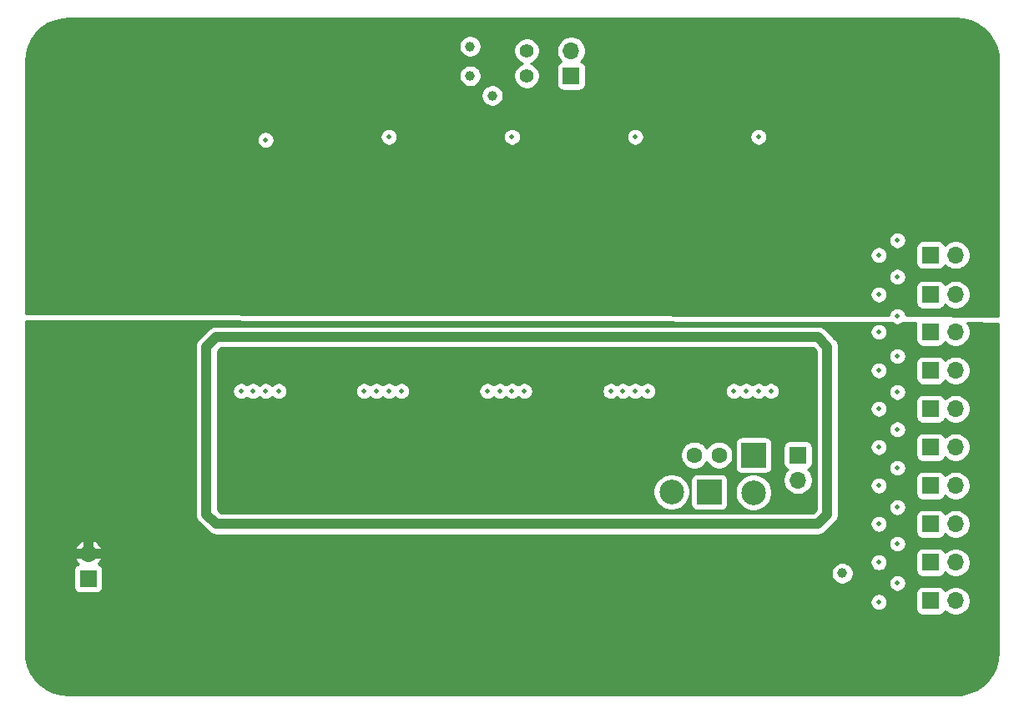
<source format=gbr>
G04 #@! TF.GenerationSoftware,KiCad,Pcbnew,(5.1.5)-3*
G04 #@! TF.CreationDate,2020-06-02T16:47:02-04:00*
G04 #@! TF.ProjectId,LT3081-TESTING,4c543330-3831-42d5-9445-5354494e472e,rev?*
G04 #@! TF.SameCoordinates,Original*
G04 #@! TF.FileFunction,Copper,L4,Bot*
G04 #@! TF.FilePolarity,Positive*
%FSLAX46Y46*%
G04 Gerber Fmt 4.6, Leading zero omitted, Abs format (unit mm)*
G04 Created by KiCad (PCBNEW (5.1.5)-3) date 2020-06-02 16:47:02*
%MOMM*%
%LPD*%
G04 APERTURE LIST*
%ADD10O,1.700000X1.700000*%
%ADD11R,1.700000X1.700000*%
%ADD12C,1.400000*%
%ADD13C,2.499360*%
%ADD14R,2.499360X2.499360*%
%ADD15C,1.600000*%
%ADD16C,0.500000*%
%ADD17C,1.000000*%
%ADD18C,1.000000*%
%ADD19C,0.254000*%
G04 APERTURE END LIST*
D10*
X171000000Y-28960000D03*
D11*
X171000000Y-31500000D03*
D10*
X122000000Y-80000000D03*
D11*
X122000000Y-82540000D03*
D12*
X166500000Y-28960000D03*
X166500000Y-31500000D03*
D13*
X181190000Y-73750000D03*
D14*
X185000000Y-73750000D03*
D13*
X189500000Y-73810000D03*
D14*
X189500000Y-70000000D03*
D10*
X210000000Y-84800000D03*
D11*
X207460000Y-84800000D03*
D10*
X210000000Y-77000000D03*
D11*
X207460000Y-77000000D03*
D10*
X210000000Y-69200000D03*
D11*
X207460000Y-69200000D03*
D10*
X210000000Y-61400000D03*
D11*
X207460000Y-61400000D03*
D10*
X210000000Y-53700000D03*
D11*
X207460000Y-53700000D03*
D10*
X210000000Y-80900000D03*
D11*
X207460000Y-80900000D03*
D10*
X210000000Y-73100000D03*
D11*
X207460000Y-73100000D03*
D10*
X210000000Y-65300000D03*
D11*
X207460000Y-65300000D03*
D10*
X210000000Y-57500000D03*
D11*
X207460000Y-57500000D03*
D10*
X210000000Y-49700000D03*
D11*
X207460000Y-49700000D03*
D10*
X194000000Y-72540000D03*
D11*
X194000000Y-70000000D03*
D15*
X183500000Y-70000000D03*
X186000000Y-70000000D03*
D16*
X202200000Y-84900000D03*
X202200000Y-80900000D03*
X202200000Y-77000000D03*
X202200000Y-73100000D03*
X202200000Y-69200000D03*
X202200000Y-65300000D03*
X202200000Y-61400000D03*
X202200000Y-57500000D03*
X202200000Y-53700000D03*
X202200000Y-49700000D03*
D17*
X160750000Y-28500000D03*
X198500000Y-82000000D03*
D16*
X190000000Y-63500000D03*
X177500000Y-63500000D03*
X165000000Y-63500000D03*
X190000000Y-37700000D03*
X177500000Y-37700000D03*
X165000000Y-37700000D03*
X152500000Y-37700000D03*
X152500000Y-63500000D03*
X140000000Y-63500000D03*
D17*
X160750000Y-31500000D03*
X163000000Y-33500000D03*
X134000000Y-59000000D03*
X134000000Y-63500000D03*
X134000000Y-68000000D03*
X134000000Y-72500000D03*
X134000000Y-76000000D03*
X135000000Y-77000000D03*
X196000000Y-77000000D03*
X197000000Y-76000000D03*
X139500000Y-77000000D03*
X144000000Y-77000000D03*
X148500000Y-77000000D03*
X153000000Y-77000000D03*
X157500000Y-77000000D03*
X170000000Y-77000000D03*
X197000000Y-59000000D03*
X191500000Y-77000000D03*
X187000000Y-77000000D03*
X182500000Y-77000000D03*
X178000000Y-77000000D03*
X173500000Y-77000000D03*
X161000000Y-77000000D03*
X197000000Y-72500000D03*
X197000000Y-68000000D03*
X197000000Y-63500000D03*
X165500000Y-77000000D03*
D16*
X140000000Y-38000000D03*
X192500000Y-63500000D03*
X180000000Y-63500000D03*
X167500000Y-63500000D03*
X155000000Y-63500000D03*
X142500000Y-63500000D03*
D17*
X137500000Y-70000000D03*
X140000000Y-70000000D03*
X142500000Y-70000000D03*
X142500000Y-72500000D03*
X140000000Y-72500000D03*
X137500000Y-72500000D03*
X137500000Y-75000000D03*
X140000000Y-75000000D03*
X142500000Y-75000000D03*
X177500000Y-70000000D03*
X175000000Y-70000000D03*
X172500000Y-70000000D03*
X172500000Y-72500000D03*
X175000000Y-72500000D03*
X177500000Y-72500000D03*
X177500000Y-75000000D03*
X175000000Y-75000000D03*
X172500000Y-75000000D03*
X152500000Y-70000000D03*
X155000000Y-70000000D03*
X157500000Y-70000000D03*
X160000000Y-70000000D03*
X162500000Y-70000000D03*
X162500000Y-72500000D03*
X160000000Y-72500000D03*
X155000000Y-72500000D03*
X152500000Y-72500000D03*
X157500000Y-72500000D03*
X152500000Y-75000000D03*
X155000000Y-75000000D03*
X157500000Y-75000000D03*
X160000000Y-75000000D03*
X162500000Y-75000000D03*
X120000000Y-65000000D03*
X125000000Y-65000000D03*
X130000000Y-65000000D03*
X130000000Y-70000000D03*
X125000000Y-70000000D03*
X120000000Y-70000000D03*
X120000000Y-75000000D03*
X125000000Y-75000000D03*
X130000000Y-75000000D03*
X120000000Y-90000000D03*
X125000000Y-90000000D03*
X130000000Y-90000000D03*
X135000000Y-90000000D03*
X140000000Y-90000000D03*
X145000000Y-90000000D03*
X145000000Y-85000000D03*
X140000000Y-85000000D03*
X135000000Y-85000000D03*
X150000000Y-85000000D03*
X150000000Y-90000000D03*
X155000000Y-90000000D03*
X155000000Y-85000000D03*
X160000000Y-85000000D03*
X160000000Y-90000000D03*
X165000000Y-90000000D03*
X165000000Y-85000000D03*
X170000000Y-85000000D03*
X170000000Y-90000000D03*
X180000000Y-85000000D03*
X175000000Y-85000000D03*
X180000000Y-90000000D03*
X175000000Y-90000000D03*
X185000000Y-90000000D03*
X185000000Y-85000000D03*
X190000000Y-85000000D03*
X190000000Y-90000000D03*
X195000000Y-90000000D03*
X195000000Y-85000000D03*
X200000000Y-90000000D03*
X205000000Y-90000000D03*
X210000000Y-90000000D03*
X190000000Y-80000000D03*
X185000000Y-80000000D03*
X180000000Y-80000000D03*
X175000000Y-80000000D03*
X170000000Y-80000000D03*
X165000000Y-80000000D03*
X160000000Y-80000000D03*
X155000000Y-80000000D03*
X150000000Y-80000000D03*
X145000000Y-80000000D03*
X135000000Y-80000000D03*
X120000000Y-60000000D03*
X125000000Y-60000000D03*
X130000000Y-60000000D03*
X130000000Y-80000000D03*
X125000000Y-80000000D03*
X145000000Y-70000000D03*
X150000000Y-70000000D03*
X150000000Y-75000000D03*
X145000000Y-75000000D03*
X165000000Y-70000000D03*
X165000000Y-75000000D03*
X170000000Y-75000000D03*
X170000000Y-70000000D03*
D16*
X187500000Y-63500000D03*
X175000000Y-63500000D03*
X162500000Y-63500000D03*
X150000000Y-63500000D03*
X137500000Y-63500000D03*
X138700000Y-63500000D03*
X204100000Y-48200000D03*
X151250000Y-63500000D03*
X204100000Y-55900000D03*
X163750000Y-63500000D03*
X204100000Y-63600000D03*
X176250000Y-63500000D03*
X204100000Y-71300000D03*
X188750000Y-63500000D03*
X204100000Y-79000000D03*
X141300000Y-63500000D03*
X204100000Y-51900000D03*
X153750000Y-63500000D03*
X204100000Y-59950000D03*
X166250000Y-63500000D03*
X204100000Y-67400000D03*
X178750000Y-63500000D03*
X204100000Y-75300000D03*
X191250000Y-63500000D03*
X204100000Y-83000000D03*
D17*
X194000000Y-55000000D03*
X193000000Y-49000000D03*
X186000000Y-49000000D03*
X186000000Y-55000000D03*
X181000000Y-55000000D03*
X181000000Y-49000000D03*
X174000000Y-49000000D03*
X174000000Y-55000000D03*
X169000000Y-55000000D03*
X169000000Y-49000000D03*
X161000000Y-49000000D03*
X161000000Y-55000000D03*
X156000000Y-55000000D03*
X156000000Y-49000000D03*
X149000000Y-49000000D03*
X149000000Y-55000000D03*
X136000000Y-55000000D03*
X144000000Y-55000000D03*
X144000000Y-49000000D03*
X136000000Y-49000000D03*
X120000000Y-55000000D03*
X125000000Y-55000000D03*
X130000000Y-55000000D03*
X130000000Y-50000000D03*
X125000000Y-50000000D03*
X120000000Y-50000000D03*
X120000000Y-45000000D03*
X125000000Y-45000000D03*
X130000000Y-45000000D03*
X130000000Y-40000000D03*
X125000000Y-40000000D03*
X120000000Y-40000000D03*
X120000000Y-35000000D03*
X125000000Y-35000000D03*
X130000000Y-35000000D03*
X135000000Y-45000000D03*
X135000000Y-40000000D03*
X135000000Y-35000000D03*
X135000000Y-30000000D03*
X130000000Y-30000000D03*
X125000000Y-30000000D03*
X120000000Y-30000000D03*
X140000000Y-30000000D03*
X140000000Y-35000000D03*
X145000000Y-35000000D03*
X145000000Y-30000000D03*
X150000000Y-30000000D03*
X150000000Y-35000000D03*
X155000000Y-35000000D03*
X155000000Y-30000000D03*
X160000000Y-35000000D03*
X165000000Y-35000000D03*
X170000000Y-35000000D03*
X175000000Y-35000000D03*
X180000000Y-35000000D03*
X185000000Y-35000000D03*
X190000000Y-35000000D03*
X195000000Y-35000000D03*
X200000000Y-35000000D03*
X205000000Y-35000000D03*
X210000000Y-35000000D03*
X210000000Y-40000000D03*
X210000000Y-45000000D03*
X210000000Y-30000000D03*
X205000000Y-30000000D03*
X200000000Y-30000000D03*
X190000000Y-30000000D03*
X195000000Y-30000000D03*
X185000000Y-30000000D03*
X180000000Y-30000000D03*
X175000000Y-30000000D03*
D18*
X196000000Y-77000000D02*
X170000000Y-77000000D01*
X197000000Y-76000000D02*
X196000000Y-77000000D01*
X197000000Y-59000000D02*
X197000000Y-63500000D01*
X196000000Y-58000000D02*
X197000000Y-59000000D01*
X135000000Y-77000000D02*
X134000000Y-76000000D01*
X160000000Y-77000000D02*
X135000000Y-77000000D01*
X134000000Y-76000000D02*
X134000000Y-59000000D01*
X134000000Y-59000000D02*
X135000000Y-58000000D01*
X135000000Y-58000000D02*
X196000000Y-58000000D01*
X161000000Y-77000000D02*
X160000000Y-77000000D01*
X197000000Y-72500000D02*
X197000000Y-76000000D01*
X197000000Y-68000000D02*
X197000000Y-72500000D01*
X197000000Y-63500000D02*
X197000000Y-68000000D01*
X161000000Y-77000000D02*
X170000000Y-77000000D01*
D19*
G36*
X203536211Y-56587668D02*
G01*
X203680795Y-56684277D01*
X203841855Y-56750990D01*
X204012835Y-56785000D01*
X204187165Y-56785000D01*
X204358145Y-56750990D01*
X204519205Y-56684277D01*
X204660001Y-56590199D01*
X205977525Y-56593167D01*
X205971928Y-56650000D01*
X205971928Y-58350000D01*
X205984188Y-58474482D01*
X206020498Y-58594180D01*
X206079463Y-58704494D01*
X206158815Y-58801185D01*
X206255506Y-58880537D01*
X206365820Y-58939502D01*
X206485518Y-58975812D01*
X206610000Y-58988072D01*
X208310000Y-58988072D01*
X208434482Y-58975812D01*
X208554180Y-58939502D01*
X208664494Y-58880537D01*
X208761185Y-58801185D01*
X208840537Y-58704494D01*
X208899502Y-58594180D01*
X208921513Y-58521620D01*
X209053368Y-58653475D01*
X209296589Y-58815990D01*
X209566842Y-58927932D01*
X209853740Y-58985000D01*
X210146260Y-58985000D01*
X210433158Y-58927932D01*
X210703411Y-58815990D01*
X210946632Y-58653475D01*
X211153475Y-58446632D01*
X211315990Y-58203411D01*
X211427932Y-57933158D01*
X211485000Y-57646260D01*
X211485000Y-57353740D01*
X211427932Y-57066842D01*
X211315990Y-56796589D01*
X211187909Y-56604902D01*
X214340000Y-56612001D01*
X214340001Y-89970597D01*
X214268827Y-90768083D01*
X214065344Y-91511890D01*
X213733363Y-92207904D01*
X213283374Y-92834130D01*
X212729597Y-93370777D01*
X212089549Y-93800871D01*
X211383447Y-94110829D01*
X210628543Y-94292065D01*
X209975793Y-94340000D01*
X120029392Y-94340000D01*
X119231917Y-94268827D01*
X118488110Y-94065344D01*
X117792096Y-93733363D01*
X117165870Y-93283374D01*
X116629223Y-92729597D01*
X116199129Y-92089549D01*
X115889171Y-91383447D01*
X115707935Y-90628543D01*
X115660000Y-89975793D01*
X115660000Y-84812835D01*
X201315000Y-84812835D01*
X201315000Y-84987165D01*
X201349010Y-85158145D01*
X201415723Y-85319205D01*
X201512576Y-85464155D01*
X201635845Y-85587424D01*
X201780795Y-85684277D01*
X201941855Y-85750990D01*
X202112835Y-85785000D01*
X202287165Y-85785000D01*
X202458145Y-85750990D01*
X202619205Y-85684277D01*
X202764155Y-85587424D01*
X202887424Y-85464155D01*
X202984277Y-85319205D01*
X203050990Y-85158145D01*
X203085000Y-84987165D01*
X203085000Y-84812835D01*
X203050990Y-84641855D01*
X202984277Y-84480795D01*
X202887424Y-84335845D01*
X202764155Y-84212576D01*
X202619205Y-84115723D01*
X202458145Y-84049010D01*
X202287165Y-84015000D01*
X202112835Y-84015000D01*
X201941855Y-84049010D01*
X201780795Y-84115723D01*
X201635845Y-84212576D01*
X201512576Y-84335845D01*
X201415723Y-84480795D01*
X201349010Y-84641855D01*
X201315000Y-84812835D01*
X115660000Y-84812835D01*
X115660000Y-81690000D01*
X120511928Y-81690000D01*
X120511928Y-83390000D01*
X120524188Y-83514482D01*
X120560498Y-83634180D01*
X120619463Y-83744494D01*
X120698815Y-83841185D01*
X120795506Y-83920537D01*
X120905820Y-83979502D01*
X121025518Y-84015812D01*
X121150000Y-84028072D01*
X122850000Y-84028072D01*
X122974482Y-84015812D01*
X123094180Y-83979502D01*
X123149373Y-83950000D01*
X205971928Y-83950000D01*
X205971928Y-85650000D01*
X205984188Y-85774482D01*
X206020498Y-85894180D01*
X206079463Y-86004494D01*
X206158815Y-86101185D01*
X206255506Y-86180537D01*
X206365820Y-86239502D01*
X206485518Y-86275812D01*
X206610000Y-86288072D01*
X208310000Y-86288072D01*
X208434482Y-86275812D01*
X208554180Y-86239502D01*
X208664494Y-86180537D01*
X208761185Y-86101185D01*
X208840537Y-86004494D01*
X208899502Y-85894180D01*
X208921513Y-85821620D01*
X209053368Y-85953475D01*
X209296589Y-86115990D01*
X209566842Y-86227932D01*
X209853740Y-86285000D01*
X210146260Y-86285000D01*
X210433158Y-86227932D01*
X210703411Y-86115990D01*
X210946632Y-85953475D01*
X211153475Y-85746632D01*
X211315990Y-85503411D01*
X211427932Y-85233158D01*
X211485000Y-84946260D01*
X211485000Y-84653740D01*
X211427932Y-84366842D01*
X211315990Y-84096589D01*
X211153475Y-83853368D01*
X210946632Y-83646525D01*
X210703411Y-83484010D01*
X210433158Y-83372068D01*
X210146260Y-83315000D01*
X209853740Y-83315000D01*
X209566842Y-83372068D01*
X209296589Y-83484010D01*
X209053368Y-83646525D01*
X208921513Y-83778380D01*
X208899502Y-83705820D01*
X208840537Y-83595506D01*
X208761185Y-83498815D01*
X208664494Y-83419463D01*
X208554180Y-83360498D01*
X208434482Y-83324188D01*
X208310000Y-83311928D01*
X206610000Y-83311928D01*
X206485518Y-83324188D01*
X206365820Y-83360498D01*
X206255506Y-83419463D01*
X206158815Y-83498815D01*
X206079463Y-83595506D01*
X206020498Y-83705820D01*
X205984188Y-83825518D01*
X205971928Y-83950000D01*
X123149373Y-83950000D01*
X123204494Y-83920537D01*
X123301185Y-83841185D01*
X123380537Y-83744494D01*
X123439502Y-83634180D01*
X123475812Y-83514482D01*
X123488072Y-83390000D01*
X123488072Y-81888212D01*
X197365000Y-81888212D01*
X197365000Y-82111788D01*
X197408617Y-82331067D01*
X197494176Y-82537624D01*
X197618388Y-82723520D01*
X197776480Y-82881612D01*
X197962376Y-83005824D01*
X198168933Y-83091383D01*
X198388212Y-83135000D01*
X198611788Y-83135000D01*
X198831067Y-83091383D01*
X199037624Y-83005824D01*
X199176791Y-82912835D01*
X203215000Y-82912835D01*
X203215000Y-83087165D01*
X203249010Y-83258145D01*
X203315723Y-83419205D01*
X203412576Y-83564155D01*
X203535845Y-83687424D01*
X203680795Y-83784277D01*
X203841855Y-83850990D01*
X204012835Y-83885000D01*
X204187165Y-83885000D01*
X204358145Y-83850990D01*
X204519205Y-83784277D01*
X204664155Y-83687424D01*
X204787424Y-83564155D01*
X204884277Y-83419205D01*
X204950990Y-83258145D01*
X204985000Y-83087165D01*
X204985000Y-82912835D01*
X204950990Y-82741855D01*
X204884277Y-82580795D01*
X204787424Y-82435845D01*
X204664155Y-82312576D01*
X204519205Y-82215723D01*
X204358145Y-82149010D01*
X204187165Y-82115000D01*
X204012835Y-82115000D01*
X203841855Y-82149010D01*
X203680795Y-82215723D01*
X203535845Y-82312576D01*
X203412576Y-82435845D01*
X203315723Y-82580795D01*
X203249010Y-82741855D01*
X203215000Y-82912835D01*
X199176791Y-82912835D01*
X199223520Y-82881612D01*
X199381612Y-82723520D01*
X199505824Y-82537624D01*
X199591383Y-82331067D01*
X199635000Y-82111788D01*
X199635000Y-81888212D01*
X199591383Y-81668933D01*
X199505824Y-81462376D01*
X199381612Y-81276480D01*
X199223520Y-81118388D01*
X199037624Y-80994176D01*
X198831067Y-80908617D01*
X198611788Y-80865000D01*
X198388212Y-80865000D01*
X198168933Y-80908617D01*
X197962376Y-80994176D01*
X197776480Y-81118388D01*
X197618388Y-81276480D01*
X197494176Y-81462376D01*
X197408617Y-81668933D01*
X197365000Y-81888212D01*
X123488072Y-81888212D01*
X123488072Y-81690000D01*
X123475812Y-81565518D01*
X123439502Y-81445820D01*
X123380537Y-81335506D01*
X123301185Y-81238815D01*
X123204494Y-81159463D01*
X123094180Y-81100498D01*
X123015242Y-81076553D01*
X123069078Y-81030699D01*
X123241308Y-80812835D01*
X201315000Y-80812835D01*
X201315000Y-80987165D01*
X201349010Y-81158145D01*
X201415723Y-81319205D01*
X201512576Y-81464155D01*
X201635845Y-81587424D01*
X201780795Y-81684277D01*
X201941855Y-81750990D01*
X202112835Y-81785000D01*
X202287165Y-81785000D01*
X202458145Y-81750990D01*
X202619205Y-81684277D01*
X202764155Y-81587424D01*
X202887424Y-81464155D01*
X202984277Y-81319205D01*
X203050990Y-81158145D01*
X203085000Y-80987165D01*
X203085000Y-80812835D01*
X203050990Y-80641855D01*
X202984277Y-80480795D01*
X202887424Y-80335845D01*
X202764155Y-80212576D01*
X202619205Y-80115723D01*
X202460536Y-80050000D01*
X205971928Y-80050000D01*
X205971928Y-81750000D01*
X205984188Y-81874482D01*
X206020498Y-81994180D01*
X206079463Y-82104494D01*
X206158815Y-82201185D01*
X206255506Y-82280537D01*
X206365820Y-82339502D01*
X206485518Y-82375812D01*
X206610000Y-82388072D01*
X208310000Y-82388072D01*
X208434482Y-82375812D01*
X208554180Y-82339502D01*
X208664494Y-82280537D01*
X208761185Y-82201185D01*
X208840537Y-82104494D01*
X208899502Y-81994180D01*
X208921513Y-81921620D01*
X209053368Y-82053475D01*
X209296589Y-82215990D01*
X209566842Y-82327932D01*
X209853740Y-82385000D01*
X210146260Y-82385000D01*
X210433158Y-82327932D01*
X210703411Y-82215990D01*
X210946632Y-82053475D01*
X211153475Y-81846632D01*
X211315990Y-81603411D01*
X211427932Y-81333158D01*
X211485000Y-81046260D01*
X211485000Y-80753740D01*
X211427932Y-80466842D01*
X211315990Y-80196589D01*
X211153475Y-79953368D01*
X210946632Y-79746525D01*
X210703411Y-79584010D01*
X210433158Y-79472068D01*
X210146260Y-79415000D01*
X209853740Y-79415000D01*
X209566842Y-79472068D01*
X209296589Y-79584010D01*
X209053368Y-79746525D01*
X208921513Y-79878380D01*
X208899502Y-79805820D01*
X208840537Y-79695506D01*
X208761185Y-79598815D01*
X208664494Y-79519463D01*
X208554180Y-79460498D01*
X208434482Y-79424188D01*
X208310000Y-79411928D01*
X206610000Y-79411928D01*
X206485518Y-79424188D01*
X206365820Y-79460498D01*
X206255506Y-79519463D01*
X206158815Y-79598815D01*
X206079463Y-79695506D01*
X206020498Y-79805820D01*
X205984188Y-79925518D01*
X205971928Y-80050000D01*
X202460536Y-80050000D01*
X202458145Y-80049010D01*
X202287165Y-80015000D01*
X202112835Y-80015000D01*
X201941855Y-80049010D01*
X201780795Y-80115723D01*
X201635845Y-80212576D01*
X201512576Y-80335845D01*
X201415723Y-80480795D01*
X201349010Y-80641855D01*
X201315000Y-80812835D01*
X123241308Y-80812835D01*
X123249615Y-80802328D01*
X123361345Y-80593265D01*
X123272718Y-80373000D01*
X122373000Y-80373000D01*
X122373000Y-80393000D01*
X121627000Y-80393000D01*
X121627000Y-80373000D01*
X120727282Y-80373000D01*
X120638655Y-80593265D01*
X120750385Y-80802328D01*
X120930922Y-81030699D01*
X120984758Y-81076553D01*
X120905820Y-81100498D01*
X120795506Y-81159463D01*
X120698815Y-81238815D01*
X120619463Y-81335506D01*
X120560498Y-81445820D01*
X120524188Y-81565518D01*
X120511928Y-81690000D01*
X115660000Y-81690000D01*
X115660000Y-79406735D01*
X120638655Y-79406735D01*
X120727282Y-79627000D01*
X121627000Y-79627000D01*
X121627000Y-78721343D01*
X122373000Y-78721343D01*
X122373000Y-79627000D01*
X123272718Y-79627000D01*
X123361345Y-79406735D01*
X123249615Y-79197672D01*
X123069078Y-78969301D01*
X123002783Y-78912835D01*
X203215000Y-78912835D01*
X203215000Y-79087165D01*
X203249010Y-79258145D01*
X203315723Y-79419205D01*
X203412576Y-79564155D01*
X203535845Y-79687424D01*
X203680795Y-79784277D01*
X203841855Y-79850990D01*
X204012835Y-79885000D01*
X204187165Y-79885000D01*
X204358145Y-79850990D01*
X204519205Y-79784277D01*
X204664155Y-79687424D01*
X204787424Y-79564155D01*
X204884277Y-79419205D01*
X204950990Y-79258145D01*
X204985000Y-79087165D01*
X204985000Y-78912835D01*
X204950990Y-78741855D01*
X204884277Y-78580795D01*
X204787424Y-78435845D01*
X204664155Y-78312576D01*
X204519205Y-78215723D01*
X204358145Y-78149010D01*
X204187165Y-78115000D01*
X204012835Y-78115000D01*
X203841855Y-78149010D01*
X203680795Y-78215723D01*
X203535845Y-78312576D01*
X203412576Y-78435845D01*
X203315723Y-78580795D01*
X203249010Y-78741855D01*
X203215000Y-78912835D01*
X123002783Y-78912835D01*
X122847457Y-78780539D01*
X122593268Y-78638640D01*
X122373000Y-78721343D01*
X121627000Y-78721343D01*
X121406732Y-78638640D01*
X121152543Y-78780539D01*
X120930922Y-78969301D01*
X120750385Y-79197672D01*
X120638655Y-79406735D01*
X115660000Y-79406735D01*
X115660000Y-59000000D01*
X132859509Y-59000000D01*
X132865000Y-59055751D01*
X132865000Y-59111788D01*
X132865001Y-59111793D01*
X132865001Y-63388208D01*
X132865000Y-63388212D01*
X132865000Y-63611788D01*
X132865001Y-63611792D01*
X132865000Y-75888212D01*
X132865000Y-75944249D01*
X132859509Y-76000000D01*
X132865000Y-76055751D01*
X132865000Y-76111788D01*
X132875932Y-76166748D01*
X132881423Y-76222498D01*
X132897684Y-76276103D01*
X132908617Y-76331067D01*
X132930064Y-76382845D01*
X132946324Y-76436446D01*
X132972730Y-76485848D01*
X132994176Y-76537624D01*
X133025307Y-76584215D01*
X133051716Y-76633623D01*
X133087259Y-76676932D01*
X133118388Y-76723520D01*
X133158009Y-76763141D01*
X133193551Y-76806449D01*
X133236859Y-76841991D01*
X134158013Y-77763145D01*
X134193551Y-77806449D01*
X134236854Y-77841987D01*
X134236856Y-77841989D01*
X134236862Y-77841994D01*
X134276480Y-77881612D01*
X134323067Y-77912741D01*
X134366377Y-77948284D01*
X134415786Y-77974693D01*
X134462376Y-78005824D01*
X134514149Y-78027269D01*
X134563553Y-78053676D01*
X134617158Y-78069937D01*
X134668933Y-78091383D01*
X134723894Y-78102315D01*
X134777501Y-78118577D01*
X134833253Y-78124068D01*
X134888212Y-78135000D01*
X134944248Y-78135000D01*
X135000000Y-78140491D01*
X135055752Y-78135000D01*
X195944249Y-78135000D01*
X196000000Y-78140491D01*
X196055751Y-78135000D01*
X196111788Y-78135000D01*
X196166747Y-78124068D01*
X196222499Y-78118577D01*
X196276106Y-78102315D01*
X196331067Y-78091383D01*
X196382842Y-78069937D01*
X196436447Y-78053676D01*
X196485851Y-78027269D01*
X196537624Y-78005824D01*
X196584214Y-77974693D01*
X196633623Y-77948284D01*
X196676932Y-77912741D01*
X196723520Y-77881612D01*
X196763143Y-77841989D01*
X196806449Y-77806449D01*
X196841991Y-77763141D01*
X197692297Y-76912835D01*
X201315000Y-76912835D01*
X201315000Y-77087165D01*
X201349010Y-77258145D01*
X201415723Y-77419205D01*
X201512576Y-77564155D01*
X201635845Y-77687424D01*
X201780795Y-77784277D01*
X201941855Y-77850990D01*
X202112835Y-77885000D01*
X202287165Y-77885000D01*
X202458145Y-77850990D01*
X202619205Y-77784277D01*
X202764155Y-77687424D01*
X202887424Y-77564155D01*
X202984277Y-77419205D01*
X203050990Y-77258145D01*
X203085000Y-77087165D01*
X203085000Y-76912835D01*
X203050990Y-76741855D01*
X202984277Y-76580795D01*
X202887424Y-76435845D01*
X202764155Y-76312576D01*
X202619205Y-76215723D01*
X202458145Y-76149010D01*
X202287165Y-76115000D01*
X202112835Y-76115000D01*
X201941855Y-76149010D01*
X201780795Y-76215723D01*
X201635845Y-76312576D01*
X201512576Y-76435845D01*
X201415723Y-76580795D01*
X201349010Y-76741855D01*
X201315000Y-76912835D01*
X197692297Y-76912835D01*
X197763145Y-76841987D01*
X197806449Y-76806449D01*
X197841990Y-76763143D01*
X197841994Y-76763138D01*
X197881612Y-76723520D01*
X197912741Y-76676933D01*
X197948284Y-76633623D01*
X197974693Y-76584214D01*
X198005824Y-76537624D01*
X198027269Y-76485851D01*
X198053676Y-76436447D01*
X198069937Y-76382842D01*
X198091383Y-76331067D01*
X198102315Y-76276106D01*
X198118577Y-76222499D01*
X198124068Y-76166747D01*
X198135000Y-76111788D01*
X198135000Y-76055751D01*
X198140491Y-76000000D01*
X198135000Y-75944248D01*
X198135000Y-75212835D01*
X203215000Y-75212835D01*
X203215000Y-75387165D01*
X203249010Y-75558145D01*
X203315723Y-75719205D01*
X203412576Y-75864155D01*
X203535845Y-75987424D01*
X203680795Y-76084277D01*
X203841855Y-76150990D01*
X204012835Y-76185000D01*
X204187165Y-76185000D01*
X204358145Y-76150990D01*
X204360535Y-76150000D01*
X205971928Y-76150000D01*
X205971928Y-77850000D01*
X205984188Y-77974482D01*
X206020498Y-78094180D01*
X206079463Y-78204494D01*
X206158815Y-78301185D01*
X206255506Y-78380537D01*
X206365820Y-78439502D01*
X206485518Y-78475812D01*
X206610000Y-78488072D01*
X208310000Y-78488072D01*
X208434482Y-78475812D01*
X208554180Y-78439502D01*
X208664494Y-78380537D01*
X208761185Y-78301185D01*
X208840537Y-78204494D01*
X208899502Y-78094180D01*
X208921513Y-78021620D01*
X209053368Y-78153475D01*
X209296589Y-78315990D01*
X209566842Y-78427932D01*
X209853740Y-78485000D01*
X210146260Y-78485000D01*
X210433158Y-78427932D01*
X210703411Y-78315990D01*
X210946632Y-78153475D01*
X211153475Y-77946632D01*
X211315990Y-77703411D01*
X211427932Y-77433158D01*
X211485000Y-77146260D01*
X211485000Y-76853740D01*
X211427932Y-76566842D01*
X211315990Y-76296589D01*
X211153475Y-76053368D01*
X210946632Y-75846525D01*
X210703411Y-75684010D01*
X210433158Y-75572068D01*
X210146260Y-75515000D01*
X209853740Y-75515000D01*
X209566842Y-75572068D01*
X209296589Y-75684010D01*
X209053368Y-75846525D01*
X208921513Y-75978380D01*
X208899502Y-75905820D01*
X208840537Y-75795506D01*
X208761185Y-75698815D01*
X208664494Y-75619463D01*
X208554180Y-75560498D01*
X208434482Y-75524188D01*
X208310000Y-75511928D01*
X206610000Y-75511928D01*
X206485518Y-75524188D01*
X206365820Y-75560498D01*
X206255506Y-75619463D01*
X206158815Y-75698815D01*
X206079463Y-75795506D01*
X206020498Y-75905820D01*
X205984188Y-76025518D01*
X205971928Y-76150000D01*
X204360535Y-76150000D01*
X204519205Y-76084277D01*
X204664155Y-75987424D01*
X204787424Y-75864155D01*
X204884277Y-75719205D01*
X204950990Y-75558145D01*
X204985000Y-75387165D01*
X204985000Y-75212835D01*
X204950990Y-75041855D01*
X204884277Y-74880795D01*
X204787424Y-74735845D01*
X204664155Y-74612576D01*
X204519205Y-74515723D01*
X204358145Y-74449010D01*
X204187165Y-74415000D01*
X204012835Y-74415000D01*
X203841855Y-74449010D01*
X203680795Y-74515723D01*
X203535845Y-74612576D01*
X203412576Y-74735845D01*
X203315723Y-74880795D01*
X203249010Y-75041855D01*
X203215000Y-75212835D01*
X198135000Y-75212835D01*
X198135000Y-73012835D01*
X201315000Y-73012835D01*
X201315000Y-73187165D01*
X201349010Y-73358145D01*
X201415723Y-73519205D01*
X201512576Y-73664155D01*
X201635845Y-73787424D01*
X201780795Y-73884277D01*
X201941855Y-73950990D01*
X202112835Y-73985000D01*
X202287165Y-73985000D01*
X202458145Y-73950990D01*
X202619205Y-73884277D01*
X202764155Y-73787424D01*
X202887424Y-73664155D01*
X202984277Y-73519205D01*
X203050990Y-73358145D01*
X203085000Y-73187165D01*
X203085000Y-73012835D01*
X203050990Y-72841855D01*
X202984277Y-72680795D01*
X202887424Y-72535845D01*
X202764155Y-72412576D01*
X202619205Y-72315723D01*
X202460536Y-72250000D01*
X205971928Y-72250000D01*
X205971928Y-73950000D01*
X205984188Y-74074482D01*
X206020498Y-74194180D01*
X206079463Y-74304494D01*
X206158815Y-74401185D01*
X206255506Y-74480537D01*
X206365820Y-74539502D01*
X206485518Y-74575812D01*
X206610000Y-74588072D01*
X208310000Y-74588072D01*
X208434482Y-74575812D01*
X208554180Y-74539502D01*
X208664494Y-74480537D01*
X208761185Y-74401185D01*
X208840537Y-74304494D01*
X208899502Y-74194180D01*
X208921513Y-74121620D01*
X209053368Y-74253475D01*
X209296589Y-74415990D01*
X209566842Y-74527932D01*
X209853740Y-74585000D01*
X210146260Y-74585000D01*
X210433158Y-74527932D01*
X210703411Y-74415990D01*
X210946632Y-74253475D01*
X211153475Y-74046632D01*
X211315990Y-73803411D01*
X211427932Y-73533158D01*
X211485000Y-73246260D01*
X211485000Y-72953740D01*
X211427932Y-72666842D01*
X211315990Y-72396589D01*
X211153475Y-72153368D01*
X210946632Y-71946525D01*
X210703411Y-71784010D01*
X210433158Y-71672068D01*
X210146260Y-71615000D01*
X209853740Y-71615000D01*
X209566842Y-71672068D01*
X209296589Y-71784010D01*
X209053368Y-71946525D01*
X208921513Y-72078380D01*
X208899502Y-72005820D01*
X208840537Y-71895506D01*
X208761185Y-71798815D01*
X208664494Y-71719463D01*
X208554180Y-71660498D01*
X208434482Y-71624188D01*
X208310000Y-71611928D01*
X206610000Y-71611928D01*
X206485518Y-71624188D01*
X206365820Y-71660498D01*
X206255506Y-71719463D01*
X206158815Y-71798815D01*
X206079463Y-71895506D01*
X206020498Y-72005820D01*
X205984188Y-72125518D01*
X205971928Y-72250000D01*
X202460536Y-72250000D01*
X202458145Y-72249010D01*
X202287165Y-72215000D01*
X202112835Y-72215000D01*
X201941855Y-72249010D01*
X201780795Y-72315723D01*
X201635845Y-72412576D01*
X201512576Y-72535845D01*
X201415723Y-72680795D01*
X201349010Y-72841855D01*
X201315000Y-73012835D01*
X198135000Y-73012835D01*
X198135000Y-71212835D01*
X203215000Y-71212835D01*
X203215000Y-71387165D01*
X203249010Y-71558145D01*
X203315723Y-71719205D01*
X203412576Y-71864155D01*
X203535845Y-71987424D01*
X203680795Y-72084277D01*
X203841855Y-72150990D01*
X204012835Y-72185000D01*
X204187165Y-72185000D01*
X204358145Y-72150990D01*
X204519205Y-72084277D01*
X204664155Y-71987424D01*
X204787424Y-71864155D01*
X204884277Y-71719205D01*
X204950990Y-71558145D01*
X204985000Y-71387165D01*
X204985000Y-71212835D01*
X204950990Y-71041855D01*
X204884277Y-70880795D01*
X204787424Y-70735845D01*
X204664155Y-70612576D01*
X204519205Y-70515723D01*
X204358145Y-70449010D01*
X204187165Y-70415000D01*
X204012835Y-70415000D01*
X203841855Y-70449010D01*
X203680795Y-70515723D01*
X203535845Y-70612576D01*
X203412576Y-70735845D01*
X203315723Y-70880795D01*
X203249010Y-71041855D01*
X203215000Y-71212835D01*
X198135000Y-71212835D01*
X198135000Y-69112835D01*
X201315000Y-69112835D01*
X201315000Y-69287165D01*
X201349010Y-69458145D01*
X201415723Y-69619205D01*
X201512576Y-69764155D01*
X201635845Y-69887424D01*
X201780795Y-69984277D01*
X201941855Y-70050990D01*
X202112835Y-70085000D01*
X202287165Y-70085000D01*
X202458145Y-70050990D01*
X202619205Y-69984277D01*
X202764155Y-69887424D01*
X202887424Y-69764155D01*
X202984277Y-69619205D01*
X203050990Y-69458145D01*
X203085000Y-69287165D01*
X203085000Y-69112835D01*
X203050990Y-68941855D01*
X202984277Y-68780795D01*
X202887424Y-68635845D01*
X202764155Y-68512576D01*
X202619205Y-68415723D01*
X202460536Y-68350000D01*
X205971928Y-68350000D01*
X205971928Y-70050000D01*
X205984188Y-70174482D01*
X206020498Y-70294180D01*
X206079463Y-70404494D01*
X206158815Y-70501185D01*
X206255506Y-70580537D01*
X206365820Y-70639502D01*
X206485518Y-70675812D01*
X206610000Y-70688072D01*
X208310000Y-70688072D01*
X208434482Y-70675812D01*
X208554180Y-70639502D01*
X208664494Y-70580537D01*
X208761185Y-70501185D01*
X208840537Y-70404494D01*
X208899502Y-70294180D01*
X208921513Y-70221620D01*
X209053368Y-70353475D01*
X209296589Y-70515990D01*
X209566842Y-70627932D01*
X209853740Y-70685000D01*
X210146260Y-70685000D01*
X210433158Y-70627932D01*
X210703411Y-70515990D01*
X210946632Y-70353475D01*
X211153475Y-70146632D01*
X211315990Y-69903411D01*
X211427932Y-69633158D01*
X211485000Y-69346260D01*
X211485000Y-69053740D01*
X211427932Y-68766842D01*
X211315990Y-68496589D01*
X211153475Y-68253368D01*
X210946632Y-68046525D01*
X210703411Y-67884010D01*
X210433158Y-67772068D01*
X210146260Y-67715000D01*
X209853740Y-67715000D01*
X209566842Y-67772068D01*
X209296589Y-67884010D01*
X209053368Y-68046525D01*
X208921513Y-68178380D01*
X208899502Y-68105820D01*
X208840537Y-67995506D01*
X208761185Y-67898815D01*
X208664494Y-67819463D01*
X208554180Y-67760498D01*
X208434482Y-67724188D01*
X208310000Y-67711928D01*
X206610000Y-67711928D01*
X206485518Y-67724188D01*
X206365820Y-67760498D01*
X206255506Y-67819463D01*
X206158815Y-67898815D01*
X206079463Y-67995506D01*
X206020498Y-68105820D01*
X205984188Y-68225518D01*
X205971928Y-68350000D01*
X202460536Y-68350000D01*
X202458145Y-68349010D01*
X202287165Y-68315000D01*
X202112835Y-68315000D01*
X201941855Y-68349010D01*
X201780795Y-68415723D01*
X201635845Y-68512576D01*
X201512576Y-68635845D01*
X201415723Y-68780795D01*
X201349010Y-68941855D01*
X201315000Y-69112835D01*
X198135000Y-69112835D01*
X198135000Y-67312835D01*
X203215000Y-67312835D01*
X203215000Y-67487165D01*
X203249010Y-67658145D01*
X203315723Y-67819205D01*
X203412576Y-67964155D01*
X203535845Y-68087424D01*
X203680795Y-68184277D01*
X203841855Y-68250990D01*
X204012835Y-68285000D01*
X204187165Y-68285000D01*
X204358145Y-68250990D01*
X204519205Y-68184277D01*
X204664155Y-68087424D01*
X204787424Y-67964155D01*
X204884277Y-67819205D01*
X204950990Y-67658145D01*
X204985000Y-67487165D01*
X204985000Y-67312835D01*
X204950990Y-67141855D01*
X204884277Y-66980795D01*
X204787424Y-66835845D01*
X204664155Y-66712576D01*
X204519205Y-66615723D01*
X204358145Y-66549010D01*
X204187165Y-66515000D01*
X204012835Y-66515000D01*
X203841855Y-66549010D01*
X203680795Y-66615723D01*
X203535845Y-66712576D01*
X203412576Y-66835845D01*
X203315723Y-66980795D01*
X203249010Y-67141855D01*
X203215000Y-67312835D01*
X198135000Y-67312835D01*
X198135000Y-65212835D01*
X201315000Y-65212835D01*
X201315000Y-65387165D01*
X201349010Y-65558145D01*
X201415723Y-65719205D01*
X201512576Y-65864155D01*
X201635845Y-65987424D01*
X201780795Y-66084277D01*
X201941855Y-66150990D01*
X202112835Y-66185000D01*
X202287165Y-66185000D01*
X202458145Y-66150990D01*
X202619205Y-66084277D01*
X202764155Y-65987424D01*
X202887424Y-65864155D01*
X202984277Y-65719205D01*
X203050990Y-65558145D01*
X203085000Y-65387165D01*
X203085000Y-65212835D01*
X203050990Y-65041855D01*
X202984277Y-64880795D01*
X202887424Y-64735845D01*
X202764155Y-64612576D01*
X202619205Y-64515723D01*
X202458145Y-64449010D01*
X202287165Y-64415000D01*
X202112835Y-64415000D01*
X201941855Y-64449010D01*
X201780795Y-64515723D01*
X201635845Y-64612576D01*
X201512576Y-64735845D01*
X201415723Y-64880795D01*
X201349010Y-65041855D01*
X201315000Y-65212835D01*
X198135000Y-65212835D01*
X198135000Y-63512835D01*
X203215000Y-63512835D01*
X203215000Y-63687165D01*
X203249010Y-63858145D01*
X203315723Y-64019205D01*
X203412576Y-64164155D01*
X203535845Y-64287424D01*
X203680795Y-64384277D01*
X203841855Y-64450990D01*
X204012835Y-64485000D01*
X204187165Y-64485000D01*
X204358145Y-64450990D01*
X204360535Y-64450000D01*
X205971928Y-64450000D01*
X205971928Y-66150000D01*
X205984188Y-66274482D01*
X206020498Y-66394180D01*
X206079463Y-66504494D01*
X206158815Y-66601185D01*
X206255506Y-66680537D01*
X206365820Y-66739502D01*
X206485518Y-66775812D01*
X206610000Y-66788072D01*
X208310000Y-66788072D01*
X208434482Y-66775812D01*
X208554180Y-66739502D01*
X208664494Y-66680537D01*
X208761185Y-66601185D01*
X208840537Y-66504494D01*
X208899502Y-66394180D01*
X208921513Y-66321620D01*
X209053368Y-66453475D01*
X209296589Y-66615990D01*
X209566842Y-66727932D01*
X209853740Y-66785000D01*
X210146260Y-66785000D01*
X210433158Y-66727932D01*
X210703411Y-66615990D01*
X210946632Y-66453475D01*
X211153475Y-66246632D01*
X211315990Y-66003411D01*
X211427932Y-65733158D01*
X211485000Y-65446260D01*
X211485000Y-65153740D01*
X211427932Y-64866842D01*
X211315990Y-64596589D01*
X211153475Y-64353368D01*
X210946632Y-64146525D01*
X210703411Y-63984010D01*
X210433158Y-63872068D01*
X210146260Y-63815000D01*
X209853740Y-63815000D01*
X209566842Y-63872068D01*
X209296589Y-63984010D01*
X209053368Y-64146525D01*
X208921513Y-64278380D01*
X208899502Y-64205820D01*
X208840537Y-64095506D01*
X208761185Y-63998815D01*
X208664494Y-63919463D01*
X208554180Y-63860498D01*
X208434482Y-63824188D01*
X208310000Y-63811928D01*
X206610000Y-63811928D01*
X206485518Y-63824188D01*
X206365820Y-63860498D01*
X206255506Y-63919463D01*
X206158815Y-63998815D01*
X206079463Y-64095506D01*
X206020498Y-64205820D01*
X205984188Y-64325518D01*
X205971928Y-64450000D01*
X204360535Y-64450000D01*
X204519205Y-64384277D01*
X204664155Y-64287424D01*
X204787424Y-64164155D01*
X204884277Y-64019205D01*
X204950990Y-63858145D01*
X204985000Y-63687165D01*
X204985000Y-63512835D01*
X204950990Y-63341855D01*
X204884277Y-63180795D01*
X204787424Y-63035845D01*
X204664155Y-62912576D01*
X204519205Y-62815723D01*
X204358145Y-62749010D01*
X204187165Y-62715000D01*
X204012835Y-62715000D01*
X203841855Y-62749010D01*
X203680795Y-62815723D01*
X203535845Y-62912576D01*
X203412576Y-63035845D01*
X203315723Y-63180795D01*
X203249010Y-63341855D01*
X203215000Y-63512835D01*
X198135000Y-63512835D01*
X198135000Y-61312835D01*
X201315000Y-61312835D01*
X201315000Y-61487165D01*
X201349010Y-61658145D01*
X201415723Y-61819205D01*
X201512576Y-61964155D01*
X201635845Y-62087424D01*
X201780795Y-62184277D01*
X201941855Y-62250990D01*
X202112835Y-62285000D01*
X202287165Y-62285000D01*
X202458145Y-62250990D01*
X202619205Y-62184277D01*
X202764155Y-62087424D01*
X202887424Y-61964155D01*
X202984277Y-61819205D01*
X203050990Y-61658145D01*
X203085000Y-61487165D01*
X203085000Y-61312835D01*
X203050990Y-61141855D01*
X202984277Y-60980795D01*
X202887424Y-60835845D01*
X202764155Y-60712576D01*
X202619205Y-60615723D01*
X202458145Y-60549010D01*
X202287165Y-60515000D01*
X202112835Y-60515000D01*
X201941855Y-60549010D01*
X201780795Y-60615723D01*
X201635845Y-60712576D01*
X201512576Y-60835845D01*
X201415723Y-60980795D01*
X201349010Y-61141855D01*
X201315000Y-61312835D01*
X198135000Y-61312835D01*
X198135000Y-59862835D01*
X203215000Y-59862835D01*
X203215000Y-60037165D01*
X203249010Y-60208145D01*
X203315723Y-60369205D01*
X203412576Y-60514155D01*
X203535845Y-60637424D01*
X203680795Y-60734277D01*
X203841855Y-60800990D01*
X204012835Y-60835000D01*
X204187165Y-60835000D01*
X204358145Y-60800990D01*
X204519205Y-60734277D01*
X204664155Y-60637424D01*
X204751579Y-60550000D01*
X205971928Y-60550000D01*
X205971928Y-62250000D01*
X205984188Y-62374482D01*
X206020498Y-62494180D01*
X206079463Y-62604494D01*
X206158815Y-62701185D01*
X206255506Y-62780537D01*
X206365820Y-62839502D01*
X206485518Y-62875812D01*
X206610000Y-62888072D01*
X208310000Y-62888072D01*
X208434482Y-62875812D01*
X208554180Y-62839502D01*
X208664494Y-62780537D01*
X208761185Y-62701185D01*
X208840537Y-62604494D01*
X208899502Y-62494180D01*
X208921513Y-62421620D01*
X209053368Y-62553475D01*
X209296589Y-62715990D01*
X209566842Y-62827932D01*
X209853740Y-62885000D01*
X210146260Y-62885000D01*
X210433158Y-62827932D01*
X210703411Y-62715990D01*
X210946632Y-62553475D01*
X211153475Y-62346632D01*
X211315990Y-62103411D01*
X211427932Y-61833158D01*
X211485000Y-61546260D01*
X211485000Y-61253740D01*
X211427932Y-60966842D01*
X211315990Y-60696589D01*
X211153475Y-60453368D01*
X210946632Y-60246525D01*
X210703411Y-60084010D01*
X210433158Y-59972068D01*
X210146260Y-59915000D01*
X209853740Y-59915000D01*
X209566842Y-59972068D01*
X209296589Y-60084010D01*
X209053368Y-60246525D01*
X208921513Y-60378380D01*
X208899502Y-60305820D01*
X208840537Y-60195506D01*
X208761185Y-60098815D01*
X208664494Y-60019463D01*
X208554180Y-59960498D01*
X208434482Y-59924188D01*
X208310000Y-59911928D01*
X206610000Y-59911928D01*
X206485518Y-59924188D01*
X206365820Y-59960498D01*
X206255506Y-60019463D01*
X206158815Y-60098815D01*
X206079463Y-60195506D01*
X206020498Y-60305820D01*
X205984188Y-60425518D01*
X205971928Y-60550000D01*
X204751579Y-60550000D01*
X204787424Y-60514155D01*
X204884277Y-60369205D01*
X204950990Y-60208145D01*
X204985000Y-60037165D01*
X204985000Y-59862835D01*
X204950990Y-59691855D01*
X204884277Y-59530795D01*
X204787424Y-59385845D01*
X204664155Y-59262576D01*
X204519205Y-59165723D01*
X204358145Y-59099010D01*
X204187165Y-59065000D01*
X204012835Y-59065000D01*
X203841855Y-59099010D01*
X203680795Y-59165723D01*
X203535845Y-59262576D01*
X203412576Y-59385845D01*
X203315723Y-59530795D01*
X203249010Y-59691855D01*
X203215000Y-59862835D01*
X198135000Y-59862835D01*
X198135000Y-59055752D01*
X198140491Y-59000000D01*
X198135000Y-58944248D01*
X198135000Y-58888212D01*
X198124068Y-58833253D01*
X198118577Y-58777501D01*
X198102315Y-58723894D01*
X198091383Y-58668933D01*
X198069937Y-58617158D01*
X198053676Y-58563553D01*
X198027269Y-58514149D01*
X198005824Y-58462376D01*
X197974693Y-58415786D01*
X197948284Y-58366377D01*
X197912741Y-58323067D01*
X197881612Y-58276480D01*
X197841994Y-58236862D01*
X197841989Y-58236856D01*
X197841987Y-58236854D01*
X197806449Y-58193551D01*
X197763145Y-58158013D01*
X197017967Y-57412835D01*
X201315000Y-57412835D01*
X201315000Y-57587165D01*
X201349010Y-57758145D01*
X201415723Y-57919205D01*
X201512576Y-58064155D01*
X201635845Y-58187424D01*
X201780795Y-58284277D01*
X201941855Y-58350990D01*
X202112835Y-58385000D01*
X202287165Y-58385000D01*
X202458145Y-58350990D01*
X202619205Y-58284277D01*
X202764155Y-58187424D01*
X202887424Y-58064155D01*
X202984277Y-57919205D01*
X203050990Y-57758145D01*
X203085000Y-57587165D01*
X203085000Y-57412835D01*
X203050990Y-57241855D01*
X202984277Y-57080795D01*
X202887424Y-56935845D01*
X202764155Y-56812576D01*
X202619205Y-56715723D01*
X202458145Y-56649010D01*
X202287165Y-56615000D01*
X202112835Y-56615000D01*
X201941855Y-56649010D01*
X201780795Y-56715723D01*
X201635845Y-56812576D01*
X201512576Y-56935845D01*
X201415723Y-57080795D01*
X201349010Y-57241855D01*
X201315000Y-57412835D01*
X197017967Y-57412835D01*
X196841995Y-57236864D01*
X196806449Y-57193551D01*
X196633623Y-57051716D01*
X196436447Y-56946324D01*
X196222499Y-56881423D01*
X196055752Y-56865000D01*
X196055751Y-56865000D01*
X196000000Y-56859509D01*
X195944249Y-56865000D01*
X135055752Y-56865000D01*
X135000000Y-56859509D01*
X134777501Y-56881423D01*
X134563553Y-56946324D01*
X134366377Y-57051716D01*
X134236856Y-57158011D01*
X134236855Y-57158012D01*
X134193551Y-57193551D01*
X134158013Y-57236855D01*
X133236855Y-58158013D01*
X133193552Y-58193551D01*
X133158014Y-58236854D01*
X133118388Y-58276480D01*
X133087254Y-58323075D01*
X133051717Y-58366377D01*
X133041763Y-58385000D01*
X133025313Y-58415776D01*
X132994176Y-58462376D01*
X132972728Y-58514155D01*
X132946324Y-58563554D01*
X132930064Y-58617155D01*
X132908617Y-58668933D01*
X132897684Y-58723897D01*
X132881423Y-58777502D01*
X132875932Y-58833252D01*
X132865000Y-58888212D01*
X132865000Y-58944248D01*
X132859509Y-59000000D01*
X115660000Y-59000000D01*
X115660000Y-56389748D01*
X203536211Y-56587668D01*
G37*
X203536211Y-56587668D02*
X203680795Y-56684277D01*
X203841855Y-56750990D01*
X204012835Y-56785000D01*
X204187165Y-56785000D01*
X204358145Y-56750990D01*
X204519205Y-56684277D01*
X204660001Y-56590199D01*
X205977525Y-56593167D01*
X205971928Y-56650000D01*
X205971928Y-58350000D01*
X205984188Y-58474482D01*
X206020498Y-58594180D01*
X206079463Y-58704494D01*
X206158815Y-58801185D01*
X206255506Y-58880537D01*
X206365820Y-58939502D01*
X206485518Y-58975812D01*
X206610000Y-58988072D01*
X208310000Y-58988072D01*
X208434482Y-58975812D01*
X208554180Y-58939502D01*
X208664494Y-58880537D01*
X208761185Y-58801185D01*
X208840537Y-58704494D01*
X208899502Y-58594180D01*
X208921513Y-58521620D01*
X209053368Y-58653475D01*
X209296589Y-58815990D01*
X209566842Y-58927932D01*
X209853740Y-58985000D01*
X210146260Y-58985000D01*
X210433158Y-58927932D01*
X210703411Y-58815990D01*
X210946632Y-58653475D01*
X211153475Y-58446632D01*
X211315990Y-58203411D01*
X211427932Y-57933158D01*
X211485000Y-57646260D01*
X211485000Y-57353740D01*
X211427932Y-57066842D01*
X211315990Y-56796589D01*
X211187909Y-56604902D01*
X214340000Y-56612001D01*
X214340001Y-89970597D01*
X214268827Y-90768083D01*
X214065344Y-91511890D01*
X213733363Y-92207904D01*
X213283374Y-92834130D01*
X212729597Y-93370777D01*
X212089549Y-93800871D01*
X211383447Y-94110829D01*
X210628543Y-94292065D01*
X209975793Y-94340000D01*
X120029392Y-94340000D01*
X119231917Y-94268827D01*
X118488110Y-94065344D01*
X117792096Y-93733363D01*
X117165870Y-93283374D01*
X116629223Y-92729597D01*
X116199129Y-92089549D01*
X115889171Y-91383447D01*
X115707935Y-90628543D01*
X115660000Y-89975793D01*
X115660000Y-84812835D01*
X201315000Y-84812835D01*
X201315000Y-84987165D01*
X201349010Y-85158145D01*
X201415723Y-85319205D01*
X201512576Y-85464155D01*
X201635845Y-85587424D01*
X201780795Y-85684277D01*
X201941855Y-85750990D01*
X202112835Y-85785000D01*
X202287165Y-85785000D01*
X202458145Y-85750990D01*
X202619205Y-85684277D01*
X202764155Y-85587424D01*
X202887424Y-85464155D01*
X202984277Y-85319205D01*
X203050990Y-85158145D01*
X203085000Y-84987165D01*
X203085000Y-84812835D01*
X203050990Y-84641855D01*
X202984277Y-84480795D01*
X202887424Y-84335845D01*
X202764155Y-84212576D01*
X202619205Y-84115723D01*
X202458145Y-84049010D01*
X202287165Y-84015000D01*
X202112835Y-84015000D01*
X201941855Y-84049010D01*
X201780795Y-84115723D01*
X201635845Y-84212576D01*
X201512576Y-84335845D01*
X201415723Y-84480795D01*
X201349010Y-84641855D01*
X201315000Y-84812835D01*
X115660000Y-84812835D01*
X115660000Y-81690000D01*
X120511928Y-81690000D01*
X120511928Y-83390000D01*
X120524188Y-83514482D01*
X120560498Y-83634180D01*
X120619463Y-83744494D01*
X120698815Y-83841185D01*
X120795506Y-83920537D01*
X120905820Y-83979502D01*
X121025518Y-84015812D01*
X121150000Y-84028072D01*
X122850000Y-84028072D01*
X122974482Y-84015812D01*
X123094180Y-83979502D01*
X123149373Y-83950000D01*
X205971928Y-83950000D01*
X205971928Y-85650000D01*
X205984188Y-85774482D01*
X206020498Y-85894180D01*
X206079463Y-86004494D01*
X206158815Y-86101185D01*
X206255506Y-86180537D01*
X206365820Y-86239502D01*
X206485518Y-86275812D01*
X206610000Y-86288072D01*
X208310000Y-86288072D01*
X208434482Y-86275812D01*
X208554180Y-86239502D01*
X208664494Y-86180537D01*
X208761185Y-86101185D01*
X208840537Y-86004494D01*
X208899502Y-85894180D01*
X208921513Y-85821620D01*
X209053368Y-85953475D01*
X209296589Y-86115990D01*
X209566842Y-86227932D01*
X209853740Y-86285000D01*
X210146260Y-86285000D01*
X210433158Y-86227932D01*
X210703411Y-86115990D01*
X210946632Y-85953475D01*
X211153475Y-85746632D01*
X211315990Y-85503411D01*
X211427932Y-85233158D01*
X211485000Y-84946260D01*
X211485000Y-84653740D01*
X211427932Y-84366842D01*
X211315990Y-84096589D01*
X211153475Y-83853368D01*
X210946632Y-83646525D01*
X210703411Y-83484010D01*
X210433158Y-83372068D01*
X210146260Y-83315000D01*
X209853740Y-83315000D01*
X209566842Y-83372068D01*
X209296589Y-83484010D01*
X209053368Y-83646525D01*
X208921513Y-83778380D01*
X208899502Y-83705820D01*
X208840537Y-83595506D01*
X208761185Y-83498815D01*
X208664494Y-83419463D01*
X208554180Y-83360498D01*
X208434482Y-83324188D01*
X208310000Y-83311928D01*
X206610000Y-83311928D01*
X206485518Y-83324188D01*
X206365820Y-83360498D01*
X206255506Y-83419463D01*
X206158815Y-83498815D01*
X206079463Y-83595506D01*
X206020498Y-83705820D01*
X205984188Y-83825518D01*
X205971928Y-83950000D01*
X123149373Y-83950000D01*
X123204494Y-83920537D01*
X123301185Y-83841185D01*
X123380537Y-83744494D01*
X123439502Y-83634180D01*
X123475812Y-83514482D01*
X123488072Y-83390000D01*
X123488072Y-81888212D01*
X197365000Y-81888212D01*
X197365000Y-82111788D01*
X197408617Y-82331067D01*
X197494176Y-82537624D01*
X197618388Y-82723520D01*
X197776480Y-82881612D01*
X197962376Y-83005824D01*
X198168933Y-83091383D01*
X198388212Y-83135000D01*
X198611788Y-83135000D01*
X198831067Y-83091383D01*
X199037624Y-83005824D01*
X199176791Y-82912835D01*
X203215000Y-82912835D01*
X203215000Y-83087165D01*
X203249010Y-83258145D01*
X203315723Y-83419205D01*
X203412576Y-83564155D01*
X203535845Y-83687424D01*
X203680795Y-83784277D01*
X203841855Y-83850990D01*
X204012835Y-83885000D01*
X204187165Y-83885000D01*
X204358145Y-83850990D01*
X204519205Y-83784277D01*
X204664155Y-83687424D01*
X204787424Y-83564155D01*
X204884277Y-83419205D01*
X204950990Y-83258145D01*
X204985000Y-83087165D01*
X204985000Y-82912835D01*
X204950990Y-82741855D01*
X204884277Y-82580795D01*
X204787424Y-82435845D01*
X204664155Y-82312576D01*
X204519205Y-82215723D01*
X204358145Y-82149010D01*
X204187165Y-82115000D01*
X204012835Y-82115000D01*
X203841855Y-82149010D01*
X203680795Y-82215723D01*
X203535845Y-82312576D01*
X203412576Y-82435845D01*
X203315723Y-82580795D01*
X203249010Y-82741855D01*
X203215000Y-82912835D01*
X199176791Y-82912835D01*
X199223520Y-82881612D01*
X199381612Y-82723520D01*
X199505824Y-82537624D01*
X199591383Y-82331067D01*
X199635000Y-82111788D01*
X199635000Y-81888212D01*
X199591383Y-81668933D01*
X199505824Y-81462376D01*
X199381612Y-81276480D01*
X199223520Y-81118388D01*
X199037624Y-80994176D01*
X198831067Y-80908617D01*
X198611788Y-80865000D01*
X198388212Y-80865000D01*
X198168933Y-80908617D01*
X197962376Y-80994176D01*
X197776480Y-81118388D01*
X197618388Y-81276480D01*
X197494176Y-81462376D01*
X197408617Y-81668933D01*
X197365000Y-81888212D01*
X123488072Y-81888212D01*
X123488072Y-81690000D01*
X123475812Y-81565518D01*
X123439502Y-81445820D01*
X123380537Y-81335506D01*
X123301185Y-81238815D01*
X123204494Y-81159463D01*
X123094180Y-81100498D01*
X123015242Y-81076553D01*
X123069078Y-81030699D01*
X123241308Y-80812835D01*
X201315000Y-80812835D01*
X201315000Y-80987165D01*
X201349010Y-81158145D01*
X201415723Y-81319205D01*
X201512576Y-81464155D01*
X201635845Y-81587424D01*
X201780795Y-81684277D01*
X201941855Y-81750990D01*
X202112835Y-81785000D01*
X202287165Y-81785000D01*
X202458145Y-81750990D01*
X202619205Y-81684277D01*
X202764155Y-81587424D01*
X202887424Y-81464155D01*
X202984277Y-81319205D01*
X203050990Y-81158145D01*
X203085000Y-80987165D01*
X203085000Y-80812835D01*
X203050990Y-80641855D01*
X202984277Y-80480795D01*
X202887424Y-80335845D01*
X202764155Y-80212576D01*
X202619205Y-80115723D01*
X202460536Y-80050000D01*
X205971928Y-80050000D01*
X205971928Y-81750000D01*
X205984188Y-81874482D01*
X206020498Y-81994180D01*
X206079463Y-82104494D01*
X206158815Y-82201185D01*
X206255506Y-82280537D01*
X206365820Y-82339502D01*
X206485518Y-82375812D01*
X206610000Y-82388072D01*
X208310000Y-82388072D01*
X208434482Y-82375812D01*
X208554180Y-82339502D01*
X208664494Y-82280537D01*
X208761185Y-82201185D01*
X208840537Y-82104494D01*
X208899502Y-81994180D01*
X208921513Y-81921620D01*
X209053368Y-82053475D01*
X209296589Y-82215990D01*
X209566842Y-82327932D01*
X209853740Y-82385000D01*
X210146260Y-82385000D01*
X210433158Y-82327932D01*
X210703411Y-82215990D01*
X210946632Y-82053475D01*
X211153475Y-81846632D01*
X211315990Y-81603411D01*
X211427932Y-81333158D01*
X211485000Y-81046260D01*
X211485000Y-80753740D01*
X211427932Y-80466842D01*
X211315990Y-80196589D01*
X211153475Y-79953368D01*
X210946632Y-79746525D01*
X210703411Y-79584010D01*
X210433158Y-79472068D01*
X210146260Y-79415000D01*
X209853740Y-79415000D01*
X209566842Y-79472068D01*
X209296589Y-79584010D01*
X209053368Y-79746525D01*
X208921513Y-79878380D01*
X208899502Y-79805820D01*
X208840537Y-79695506D01*
X208761185Y-79598815D01*
X208664494Y-79519463D01*
X208554180Y-79460498D01*
X208434482Y-79424188D01*
X208310000Y-79411928D01*
X206610000Y-79411928D01*
X206485518Y-79424188D01*
X206365820Y-79460498D01*
X206255506Y-79519463D01*
X206158815Y-79598815D01*
X206079463Y-79695506D01*
X206020498Y-79805820D01*
X205984188Y-79925518D01*
X205971928Y-80050000D01*
X202460536Y-80050000D01*
X202458145Y-80049010D01*
X202287165Y-80015000D01*
X202112835Y-80015000D01*
X201941855Y-80049010D01*
X201780795Y-80115723D01*
X201635845Y-80212576D01*
X201512576Y-80335845D01*
X201415723Y-80480795D01*
X201349010Y-80641855D01*
X201315000Y-80812835D01*
X123241308Y-80812835D01*
X123249615Y-80802328D01*
X123361345Y-80593265D01*
X123272718Y-80373000D01*
X122373000Y-80373000D01*
X122373000Y-80393000D01*
X121627000Y-80393000D01*
X121627000Y-80373000D01*
X120727282Y-80373000D01*
X120638655Y-80593265D01*
X120750385Y-80802328D01*
X120930922Y-81030699D01*
X120984758Y-81076553D01*
X120905820Y-81100498D01*
X120795506Y-81159463D01*
X120698815Y-81238815D01*
X120619463Y-81335506D01*
X120560498Y-81445820D01*
X120524188Y-81565518D01*
X120511928Y-81690000D01*
X115660000Y-81690000D01*
X115660000Y-79406735D01*
X120638655Y-79406735D01*
X120727282Y-79627000D01*
X121627000Y-79627000D01*
X121627000Y-78721343D01*
X122373000Y-78721343D01*
X122373000Y-79627000D01*
X123272718Y-79627000D01*
X123361345Y-79406735D01*
X123249615Y-79197672D01*
X123069078Y-78969301D01*
X123002783Y-78912835D01*
X203215000Y-78912835D01*
X203215000Y-79087165D01*
X203249010Y-79258145D01*
X203315723Y-79419205D01*
X203412576Y-79564155D01*
X203535845Y-79687424D01*
X203680795Y-79784277D01*
X203841855Y-79850990D01*
X204012835Y-79885000D01*
X204187165Y-79885000D01*
X204358145Y-79850990D01*
X204519205Y-79784277D01*
X204664155Y-79687424D01*
X204787424Y-79564155D01*
X204884277Y-79419205D01*
X204950990Y-79258145D01*
X204985000Y-79087165D01*
X204985000Y-78912835D01*
X204950990Y-78741855D01*
X204884277Y-78580795D01*
X204787424Y-78435845D01*
X204664155Y-78312576D01*
X204519205Y-78215723D01*
X204358145Y-78149010D01*
X204187165Y-78115000D01*
X204012835Y-78115000D01*
X203841855Y-78149010D01*
X203680795Y-78215723D01*
X203535845Y-78312576D01*
X203412576Y-78435845D01*
X203315723Y-78580795D01*
X203249010Y-78741855D01*
X203215000Y-78912835D01*
X123002783Y-78912835D01*
X122847457Y-78780539D01*
X122593268Y-78638640D01*
X122373000Y-78721343D01*
X121627000Y-78721343D01*
X121406732Y-78638640D01*
X121152543Y-78780539D01*
X120930922Y-78969301D01*
X120750385Y-79197672D01*
X120638655Y-79406735D01*
X115660000Y-79406735D01*
X115660000Y-59000000D01*
X132859509Y-59000000D01*
X132865000Y-59055751D01*
X132865000Y-59111788D01*
X132865001Y-59111793D01*
X132865001Y-63388208D01*
X132865000Y-63388212D01*
X132865000Y-63611788D01*
X132865001Y-63611792D01*
X132865000Y-75888212D01*
X132865000Y-75944249D01*
X132859509Y-76000000D01*
X132865000Y-76055751D01*
X132865000Y-76111788D01*
X132875932Y-76166748D01*
X132881423Y-76222498D01*
X132897684Y-76276103D01*
X132908617Y-76331067D01*
X132930064Y-76382845D01*
X132946324Y-76436446D01*
X132972730Y-76485848D01*
X132994176Y-76537624D01*
X133025307Y-76584215D01*
X133051716Y-76633623D01*
X133087259Y-76676932D01*
X133118388Y-76723520D01*
X133158009Y-76763141D01*
X133193551Y-76806449D01*
X133236859Y-76841991D01*
X134158013Y-77763145D01*
X134193551Y-77806449D01*
X134236854Y-77841987D01*
X134236856Y-77841989D01*
X134236862Y-77841994D01*
X134276480Y-77881612D01*
X134323067Y-77912741D01*
X134366377Y-77948284D01*
X134415786Y-77974693D01*
X134462376Y-78005824D01*
X134514149Y-78027269D01*
X134563553Y-78053676D01*
X134617158Y-78069937D01*
X134668933Y-78091383D01*
X134723894Y-78102315D01*
X134777501Y-78118577D01*
X134833253Y-78124068D01*
X134888212Y-78135000D01*
X134944248Y-78135000D01*
X135000000Y-78140491D01*
X135055752Y-78135000D01*
X195944249Y-78135000D01*
X196000000Y-78140491D01*
X196055751Y-78135000D01*
X196111788Y-78135000D01*
X196166747Y-78124068D01*
X196222499Y-78118577D01*
X196276106Y-78102315D01*
X196331067Y-78091383D01*
X196382842Y-78069937D01*
X196436447Y-78053676D01*
X196485851Y-78027269D01*
X196537624Y-78005824D01*
X196584214Y-77974693D01*
X196633623Y-77948284D01*
X196676932Y-77912741D01*
X196723520Y-77881612D01*
X196763143Y-77841989D01*
X196806449Y-77806449D01*
X196841991Y-77763141D01*
X197692297Y-76912835D01*
X201315000Y-76912835D01*
X201315000Y-77087165D01*
X201349010Y-77258145D01*
X201415723Y-77419205D01*
X201512576Y-77564155D01*
X201635845Y-77687424D01*
X201780795Y-77784277D01*
X201941855Y-77850990D01*
X202112835Y-77885000D01*
X202287165Y-77885000D01*
X202458145Y-77850990D01*
X202619205Y-77784277D01*
X202764155Y-77687424D01*
X202887424Y-77564155D01*
X202984277Y-77419205D01*
X203050990Y-77258145D01*
X203085000Y-77087165D01*
X203085000Y-76912835D01*
X203050990Y-76741855D01*
X202984277Y-76580795D01*
X202887424Y-76435845D01*
X202764155Y-76312576D01*
X202619205Y-76215723D01*
X202458145Y-76149010D01*
X202287165Y-76115000D01*
X202112835Y-76115000D01*
X201941855Y-76149010D01*
X201780795Y-76215723D01*
X201635845Y-76312576D01*
X201512576Y-76435845D01*
X201415723Y-76580795D01*
X201349010Y-76741855D01*
X201315000Y-76912835D01*
X197692297Y-76912835D01*
X197763145Y-76841987D01*
X197806449Y-76806449D01*
X197841990Y-76763143D01*
X197841994Y-76763138D01*
X197881612Y-76723520D01*
X197912741Y-76676933D01*
X197948284Y-76633623D01*
X197974693Y-76584214D01*
X198005824Y-76537624D01*
X198027269Y-76485851D01*
X198053676Y-76436447D01*
X198069937Y-76382842D01*
X198091383Y-76331067D01*
X198102315Y-76276106D01*
X198118577Y-76222499D01*
X198124068Y-76166747D01*
X198135000Y-76111788D01*
X198135000Y-76055751D01*
X198140491Y-76000000D01*
X198135000Y-75944248D01*
X198135000Y-75212835D01*
X203215000Y-75212835D01*
X203215000Y-75387165D01*
X203249010Y-75558145D01*
X203315723Y-75719205D01*
X203412576Y-75864155D01*
X203535845Y-75987424D01*
X203680795Y-76084277D01*
X203841855Y-76150990D01*
X204012835Y-76185000D01*
X204187165Y-76185000D01*
X204358145Y-76150990D01*
X204360535Y-76150000D01*
X205971928Y-76150000D01*
X205971928Y-77850000D01*
X205984188Y-77974482D01*
X206020498Y-78094180D01*
X206079463Y-78204494D01*
X206158815Y-78301185D01*
X206255506Y-78380537D01*
X206365820Y-78439502D01*
X206485518Y-78475812D01*
X206610000Y-78488072D01*
X208310000Y-78488072D01*
X208434482Y-78475812D01*
X208554180Y-78439502D01*
X208664494Y-78380537D01*
X208761185Y-78301185D01*
X208840537Y-78204494D01*
X208899502Y-78094180D01*
X208921513Y-78021620D01*
X209053368Y-78153475D01*
X209296589Y-78315990D01*
X209566842Y-78427932D01*
X209853740Y-78485000D01*
X210146260Y-78485000D01*
X210433158Y-78427932D01*
X210703411Y-78315990D01*
X210946632Y-78153475D01*
X211153475Y-77946632D01*
X211315990Y-77703411D01*
X211427932Y-77433158D01*
X211485000Y-77146260D01*
X211485000Y-76853740D01*
X211427932Y-76566842D01*
X211315990Y-76296589D01*
X211153475Y-76053368D01*
X210946632Y-75846525D01*
X210703411Y-75684010D01*
X210433158Y-75572068D01*
X210146260Y-75515000D01*
X209853740Y-75515000D01*
X209566842Y-75572068D01*
X209296589Y-75684010D01*
X209053368Y-75846525D01*
X208921513Y-75978380D01*
X208899502Y-75905820D01*
X208840537Y-75795506D01*
X208761185Y-75698815D01*
X208664494Y-75619463D01*
X208554180Y-75560498D01*
X208434482Y-75524188D01*
X208310000Y-75511928D01*
X206610000Y-75511928D01*
X206485518Y-75524188D01*
X206365820Y-75560498D01*
X206255506Y-75619463D01*
X206158815Y-75698815D01*
X206079463Y-75795506D01*
X206020498Y-75905820D01*
X205984188Y-76025518D01*
X205971928Y-76150000D01*
X204360535Y-76150000D01*
X204519205Y-76084277D01*
X204664155Y-75987424D01*
X204787424Y-75864155D01*
X204884277Y-75719205D01*
X204950990Y-75558145D01*
X204985000Y-75387165D01*
X204985000Y-75212835D01*
X204950990Y-75041855D01*
X204884277Y-74880795D01*
X204787424Y-74735845D01*
X204664155Y-74612576D01*
X204519205Y-74515723D01*
X204358145Y-74449010D01*
X204187165Y-74415000D01*
X204012835Y-74415000D01*
X203841855Y-74449010D01*
X203680795Y-74515723D01*
X203535845Y-74612576D01*
X203412576Y-74735845D01*
X203315723Y-74880795D01*
X203249010Y-75041855D01*
X203215000Y-75212835D01*
X198135000Y-75212835D01*
X198135000Y-73012835D01*
X201315000Y-73012835D01*
X201315000Y-73187165D01*
X201349010Y-73358145D01*
X201415723Y-73519205D01*
X201512576Y-73664155D01*
X201635845Y-73787424D01*
X201780795Y-73884277D01*
X201941855Y-73950990D01*
X202112835Y-73985000D01*
X202287165Y-73985000D01*
X202458145Y-73950990D01*
X202619205Y-73884277D01*
X202764155Y-73787424D01*
X202887424Y-73664155D01*
X202984277Y-73519205D01*
X203050990Y-73358145D01*
X203085000Y-73187165D01*
X203085000Y-73012835D01*
X203050990Y-72841855D01*
X202984277Y-72680795D01*
X202887424Y-72535845D01*
X202764155Y-72412576D01*
X202619205Y-72315723D01*
X202460536Y-72250000D01*
X205971928Y-72250000D01*
X205971928Y-73950000D01*
X205984188Y-74074482D01*
X206020498Y-74194180D01*
X206079463Y-74304494D01*
X206158815Y-74401185D01*
X206255506Y-74480537D01*
X206365820Y-74539502D01*
X206485518Y-74575812D01*
X206610000Y-74588072D01*
X208310000Y-74588072D01*
X208434482Y-74575812D01*
X208554180Y-74539502D01*
X208664494Y-74480537D01*
X208761185Y-74401185D01*
X208840537Y-74304494D01*
X208899502Y-74194180D01*
X208921513Y-74121620D01*
X209053368Y-74253475D01*
X209296589Y-74415990D01*
X209566842Y-74527932D01*
X209853740Y-74585000D01*
X210146260Y-74585000D01*
X210433158Y-74527932D01*
X210703411Y-74415990D01*
X210946632Y-74253475D01*
X211153475Y-74046632D01*
X211315990Y-73803411D01*
X211427932Y-73533158D01*
X211485000Y-73246260D01*
X211485000Y-72953740D01*
X211427932Y-72666842D01*
X211315990Y-72396589D01*
X211153475Y-72153368D01*
X210946632Y-71946525D01*
X210703411Y-71784010D01*
X210433158Y-71672068D01*
X210146260Y-71615000D01*
X209853740Y-71615000D01*
X209566842Y-71672068D01*
X209296589Y-71784010D01*
X209053368Y-71946525D01*
X208921513Y-72078380D01*
X208899502Y-72005820D01*
X208840537Y-71895506D01*
X208761185Y-71798815D01*
X208664494Y-71719463D01*
X208554180Y-71660498D01*
X208434482Y-71624188D01*
X208310000Y-71611928D01*
X206610000Y-71611928D01*
X206485518Y-71624188D01*
X206365820Y-71660498D01*
X206255506Y-71719463D01*
X206158815Y-71798815D01*
X206079463Y-71895506D01*
X206020498Y-72005820D01*
X205984188Y-72125518D01*
X205971928Y-72250000D01*
X202460536Y-72250000D01*
X202458145Y-72249010D01*
X202287165Y-72215000D01*
X202112835Y-72215000D01*
X201941855Y-72249010D01*
X201780795Y-72315723D01*
X201635845Y-72412576D01*
X201512576Y-72535845D01*
X201415723Y-72680795D01*
X201349010Y-72841855D01*
X201315000Y-73012835D01*
X198135000Y-73012835D01*
X198135000Y-71212835D01*
X203215000Y-71212835D01*
X203215000Y-71387165D01*
X203249010Y-71558145D01*
X203315723Y-71719205D01*
X203412576Y-71864155D01*
X203535845Y-71987424D01*
X203680795Y-72084277D01*
X203841855Y-72150990D01*
X204012835Y-72185000D01*
X204187165Y-72185000D01*
X204358145Y-72150990D01*
X204519205Y-72084277D01*
X204664155Y-71987424D01*
X204787424Y-71864155D01*
X204884277Y-71719205D01*
X204950990Y-71558145D01*
X204985000Y-71387165D01*
X204985000Y-71212835D01*
X204950990Y-71041855D01*
X204884277Y-70880795D01*
X204787424Y-70735845D01*
X204664155Y-70612576D01*
X204519205Y-70515723D01*
X204358145Y-70449010D01*
X204187165Y-70415000D01*
X204012835Y-70415000D01*
X203841855Y-70449010D01*
X203680795Y-70515723D01*
X203535845Y-70612576D01*
X203412576Y-70735845D01*
X203315723Y-70880795D01*
X203249010Y-71041855D01*
X203215000Y-71212835D01*
X198135000Y-71212835D01*
X198135000Y-69112835D01*
X201315000Y-69112835D01*
X201315000Y-69287165D01*
X201349010Y-69458145D01*
X201415723Y-69619205D01*
X201512576Y-69764155D01*
X201635845Y-69887424D01*
X201780795Y-69984277D01*
X201941855Y-70050990D01*
X202112835Y-70085000D01*
X202287165Y-70085000D01*
X202458145Y-70050990D01*
X202619205Y-69984277D01*
X202764155Y-69887424D01*
X202887424Y-69764155D01*
X202984277Y-69619205D01*
X203050990Y-69458145D01*
X203085000Y-69287165D01*
X203085000Y-69112835D01*
X203050990Y-68941855D01*
X202984277Y-68780795D01*
X202887424Y-68635845D01*
X202764155Y-68512576D01*
X202619205Y-68415723D01*
X202460536Y-68350000D01*
X205971928Y-68350000D01*
X205971928Y-70050000D01*
X205984188Y-70174482D01*
X206020498Y-70294180D01*
X206079463Y-70404494D01*
X206158815Y-70501185D01*
X206255506Y-70580537D01*
X206365820Y-70639502D01*
X206485518Y-70675812D01*
X206610000Y-70688072D01*
X208310000Y-70688072D01*
X208434482Y-70675812D01*
X208554180Y-70639502D01*
X208664494Y-70580537D01*
X208761185Y-70501185D01*
X208840537Y-70404494D01*
X208899502Y-70294180D01*
X208921513Y-70221620D01*
X209053368Y-70353475D01*
X209296589Y-70515990D01*
X209566842Y-70627932D01*
X209853740Y-70685000D01*
X210146260Y-70685000D01*
X210433158Y-70627932D01*
X210703411Y-70515990D01*
X210946632Y-70353475D01*
X211153475Y-70146632D01*
X211315990Y-69903411D01*
X211427932Y-69633158D01*
X211485000Y-69346260D01*
X211485000Y-69053740D01*
X211427932Y-68766842D01*
X211315990Y-68496589D01*
X211153475Y-68253368D01*
X210946632Y-68046525D01*
X210703411Y-67884010D01*
X210433158Y-67772068D01*
X210146260Y-67715000D01*
X209853740Y-67715000D01*
X209566842Y-67772068D01*
X209296589Y-67884010D01*
X209053368Y-68046525D01*
X208921513Y-68178380D01*
X208899502Y-68105820D01*
X208840537Y-67995506D01*
X208761185Y-67898815D01*
X208664494Y-67819463D01*
X208554180Y-67760498D01*
X208434482Y-67724188D01*
X208310000Y-67711928D01*
X206610000Y-67711928D01*
X206485518Y-67724188D01*
X206365820Y-67760498D01*
X206255506Y-67819463D01*
X206158815Y-67898815D01*
X206079463Y-67995506D01*
X206020498Y-68105820D01*
X205984188Y-68225518D01*
X205971928Y-68350000D01*
X202460536Y-68350000D01*
X202458145Y-68349010D01*
X202287165Y-68315000D01*
X202112835Y-68315000D01*
X201941855Y-68349010D01*
X201780795Y-68415723D01*
X201635845Y-68512576D01*
X201512576Y-68635845D01*
X201415723Y-68780795D01*
X201349010Y-68941855D01*
X201315000Y-69112835D01*
X198135000Y-69112835D01*
X198135000Y-67312835D01*
X203215000Y-67312835D01*
X203215000Y-67487165D01*
X203249010Y-67658145D01*
X203315723Y-67819205D01*
X203412576Y-67964155D01*
X203535845Y-68087424D01*
X203680795Y-68184277D01*
X203841855Y-68250990D01*
X204012835Y-68285000D01*
X204187165Y-68285000D01*
X204358145Y-68250990D01*
X204519205Y-68184277D01*
X204664155Y-68087424D01*
X204787424Y-67964155D01*
X204884277Y-67819205D01*
X204950990Y-67658145D01*
X204985000Y-67487165D01*
X204985000Y-67312835D01*
X204950990Y-67141855D01*
X204884277Y-66980795D01*
X204787424Y-66835845D01*
X204664155Y-66712576D01*
X204519205Y-66615723D01*
X204358145Y-66549010D01*
X204187165Y-66515000D01*
X204012835Y-66515000D01*
X203841855Y-66549010D01*
X203680795Y-66615723D01*
X203535845Y-66712576D01*
X203412576Y-66835845D01*
X203315723Y-66980795D01*
X203249010Y-67141855D01*
X203215000Y-67312835D01*
X198135000Y-67312835D01*
X198135000Y-65212835D01*
X201315000Y-65212835D01*
X201315000Y-65387165D01*
X201349010Y-65558145D01*
X201415723Y-65719205D01*
X201512576Y-65864155D01*
X201635845Y-65987424D01*
X201780795Y-66084277D01*
X201941855Y-66150990D01*
X202112835Y-66185000D01*
X202287165Y-66185000D01*
X202458145Y-66150990D01*
X202619205Y-66084277D01*
X202764155Y-65987424D01*
X202887424Y-65864155D01*
X202984277Y-65719205D01*
X203050990Y-65558145D01*
X203085000Y-65387165D01*
X203085000Y-65212835D01*
X203050990Y-65041855D01*
X202984277Y-64880795D01*
X202887424Y-64735845D01*
X202764155Y-64612576D01*
X202619205Y-64515723D01*
X202458145Y-64449010D01*
X202287165Y-64415000D01*
X202112835Y-64415000D01*
X201941855Y-64449010D01*
X201780795Y-64515723D01*
X201635845Y-64612576D01*
X201512576Y-64735845D01*
X201415723Y-64880795D01*
X201349010Y-65041855D01*
X201315000Y-65212835D01*
X198135000Y-65212835D01*
X198135000Y-63512835D01*
X203215000Y-63512835D01*
X203215000Y-63687165D01*
X203249010Y-63858145D01*
X203315723Y-64019205D01*
X203412576Y-64164155D01*
X203535845Y-64287424D01*
X203680795Y-64384277D01*
X203841855Y-64450990D01*
X204012835Y-64485000D01*
X204187165Y-64485000D01*
X204358145Y-64450990D01*
X204360535Y-64450000D01*
X205971928Y-64450000D01*
X205971928Y-66150000D01*
X205984188Y-66274482D01*
X206020498Y-66394180D01*
X206079463Y-66504494D01*
X206158815Y-66601185D01*
X206255506Y-66680537D01*
X206365820Y-66739502D01*
X206485518Y-66775812D01*
X206610000Y-66788072D01*
X208310000Y-66788072D01*
X208434482Y-66775812D01*
X208554180Y-66739502D01*
X208664494Y-66680537D01*
X208761185Y-66601185D01*
X208840537Y-66504494D01*
X208899502Y-66394180D01*
X208921513Y-66321620D01*
X209053368Y-66453475D01*
X209296589Y-66615990D01*
X209566842Y-66727932D01*
X209853740Y-66785000D01*
X210146260Y-66785000D01*
X210433158Y-66727932D01*
X210703411Y-66615990D01*
X210946632Y-66453475D01*
X211153475Y-66246632D01*
X211315990Y-66003411D01*
X211427932Y-65733158D01*
X211485000Y-65446260D01*
X211485000Y-65153740D01*
X211427932Y-64866842D01*
X211315990Y-64596589D01*
X211153475Y-64353368D01*
X210946632Y-64146525D01*
X210703411Y-63984010D01*
X210433158Y-63872068D01*
X210146260Y-63815000D01*
X209853740Y-63815000D01*
X209566842Y-63872068D01*
X209296589Y-63984010D01*
X209053368Y-64146525D01*
X208921513Y-64278380D01*
X208899502Y-64205820D01*
X208840537Y-64095506D01*
X208761185Y-63998815D01*
X208664494Y-63919463D01*
X208554180Y-63860498D01*
X208434482Y-63824188D01*
X208310000Y-63811928D01*
X206610000Y-63811928D01*
X206485518Y-63824188D01*
X206365820Y-63860498D01*
X206255506Y-63919463D01*
X206158815Y-63998815D01*
X206079463Y-64095506D01*
X206020498Y-64205820D01*
X205984188Y-64325518D01*
X205971928Y-64450000D01*
X204360535Y-64450000D01*
X204519205Y-64384277D01*
X204664155Y-64287424D01*
X204787424Y-64164155D01*
X204884277Y-64019205D01*
X204950990Y-63858145D01*
X204985000Y-63687165D01*
X204985000Y-63512835D01*
X204950990Y-63341855D01*
X204884277Y-63180795D01*
X204787424Y-63035845D01*
X204664155Y-62912576D01*
X204519205Y-62815723D01*
X204358145Y-62749010D01*
X204187165Y-62715000D01*
X204012835Y-62715000D01*
X203841855Y-62749010D01*
X203680795Y-62815723D01*
X203535845Y-62912576D01*
X203412576Y-63035845D01*
X203315723Y-63180795D01*
X203249010Y-63341855D01*
X203215000Y-63512835D01*
X198135000Y-63512835D01*
X198135000Y-61312835D01*
X201315000Y-61312835D01*
X201315000Y-61487165D01*
X201349010Y-61658145D01*
X201415723Y-61819205D01*
X201512576Y-61964155D01*
X201635845Y-62087424D01*
X201780795Y-62184277D01*
X201941855Y-62250990D01*
X202112835Y-62285000D01*
X202287165Y-62285000D01*
X202458145Y-62250990D01*
X202619205Y-62184277D01*
X202764155Y-62087424D01*
X202887424Y-61964155D01*
X202984277Y-61819205D01*
X203050990Y-61658145D01*
X203085000Y-61487165D01*
X203085000Y-61312835D01*
X203050990Y-61141855D01*
X202984277Y-60980795D01*
X202887424Y-60835845D01*
X202764155Y-60712576D01*
X202619205Y-60615723D01*
X202458145Y-60549010D01*
X202287165Y-60515000D01*
X202112835Y-60515000D01*
X201941855Y-60549010D01*
X201780795Y-60615723D01*
X201635845Y-60712576D01*
X201512576Y-60835845D01*
X201415723Y-60980795D01*
X201349010Y-61141855D01*
X201315000Y-61312835D01*
X198135000Y-61312835D01*
X198135000Y-59862835D01*
X203215000Y-59862835D01*
X203215000Y-60037165D01*
X203249010Y-60208145D01*
X203315723Y-60369205D01*
X203412576Y-60514155D01*
X203535845Y-60637424D01*
X203680795Y-60734277D01*
X203841855Y-60800990D01*
X204012835Y-60835000D01*
X204187165Y-60835000D01*
X204358145Y-60800990D01*
X204519205Y-60734277D01*
X204664155Y-60637424D01*
X204751579Y-60550000D01*
X205971928Y-60550000D01*
X205971928Y-62250000D01*
X205984188Y-62374482D01*
X206020498Y-62494180D01*
X206079463Y-62604494D01*
X206158815Y-62701185D01*
X206255506Y-62780537D01*
X206365820Y-62839502D01*
X206485518Y-62875812D01*
X206610000Y-62888072D01*
X208310000Y-62888072D01*
X208434482Y-62875812D01*
X208554180Y-62839502D01*
X208664494Y-62780537D01*
X208761185Y-62701185D01*
X208840537Y-62604494D01*
X208899502Y-62494180D01*
X208921513Y-62421620D01*
X209053368Y-62553475D01*
X209296589Y-62715990D01*
X209566842Y-62827932D01*
X209853740Y-62885000D01*
X210146260Y-62885000D01*
X210433158Y-62827932D01*
X210703411Y-62715990D01*
X210946632Y-62553475D01*
X211153475Y-62346632D01*
X211315990Y-62103411D01*
X211427932Y-61833158D01*
X211485000Y-61546260D01*
X211485000Y-61253740D01*
X211427932Y-60966842D01*
X211315990Y-60696589D01*
X211153475Y-60453368D01*
X210946632Y-60246525D01*
X210703411Y-60084010D01*
X210433158Y-59972068D01*
X210146260Y-59915000D01*
X209853740Y-59915000D01*
X209566842Y-59972068D01*
X209296589Y-60084010D01*
X209053368Y-60246525D01*
X208921513Y-60378380D01*
X208899502Y-60305820D01*
X208840537Y-60195506D01*
X208761185Y-60098815D01*
X208664494Y-60019463D01*
X208554180Y-59960498D01*
X208434482Y-59924188D01*
X208310000Y-59911928D01*
X206610000Y-59911928D01*
X206485518Y-59924188D01*
X206365820Y-59960498D01*
X206255506Y-60019463D01*
X206158815Y-60098815D01*
X206079463Y-60195506D01*
X206020498Y-60305820D01*
X205984188Y-60425518D01*
X205971928Y-60550000D01*
X204751579Y-60550000D01*
X204787424Y-60514155D01*
X204884277Y-60369205D01*
X204950990Y-60208145D01*
X204985000Y-60037165D01*
X204985000Y-59862835D01*
X204950990Y-59691855D01*
X204884277Y-59530795D01*
X204787424Y-59385845D01*
X204664155Y-59262576D01*
X204519205Y-59165723D01*
X204358145Y-59099010D01*
X204187165Y-59065000D01*
X204012835Y-59065000D01*
X203841855Y-59099010D01*
X203680795Y-59165723D01*
X203535845Y-59262576D01*
X203412576Y-59385845D01*
X203315723Y-59530795D01*
X203249010Y-59691855D01*
X203215000Y-59862835D01*
X198135000Y-59862835D01*
X198135000Y-59055752D01*
X198140491Y-59000000D01*
X198135000Y-58944248D01*
X198135000Y-58888212D01*
X198124068Y-58833253D01*
X198118577Y-58777501D01*
X198102315Y-58723894D01*
X198091383Y-58668933D01*
X198069937Y-58617158D01*
X198053676Y-58563553D01*
X198027269Y-58514149D01*
X198005824Y-58462376D01*
X197974693Y-58415786D01*
X197948284Y-58366377D01*
X197912741Y-58323067D01*
X197881612Y-58276480D01*
X197841994Y-58236862D01*
X197841989Y-58236856D01*
X197841987Y-58236854D01*
X197806449Y-58193551D01*
X197763145Y-58158013D01*
X197017967Y-57412835D01*
X201315000Y-57412835D01*
X201315000Y-57587165D01*
X201349010Y-57758145D01*
X201415723Y-57919205D01*
X201512576Y-58064155D01*
X201635845Y-58187424D01*
X201780795Y-58284277D01*
X201941855Y-58350990D01*
X202112835Y-58385000D01*
X202287165Y-58385000D01*
X202458145Y-58350990D01*
X202619205Y-58284277D01*
X202764155Y-58187424D01*
X202887424Y-58064155D01*
X202984277Y-57919205D01*
X203050990Y-57758145D01*
X203085000Y-57587165D01*
X203085000Y-57412835D01*
X203050990Y-57241855D01*
X202984277Y-57080795D01*
X202887424Y-56935845D01*
X202764155Y-56812576D01*
X202619205Y-56715723D01*
X202458145Y-56649010D01*
X202287165Y-56615000D01*
X202112835Y-56615000D01*
X201941855Y-56649010D01*
X201780795Y-56715723D01*
X201635845Y-56812576D01*
X201512576Y-56935845D01*
X201415723Y-57080795D01*
X201349010Y-57241855D01*
X201315000Y-57412835D01*
X197017967Y-57412835D01*
X196841995Y-57236864D01*
X196806449Y-57193551D01*
X196633623Y-57051716D01*
X196436447Y-56946324D01*
X196222499Y-56881423D01*
X196055752Y-56865000D01*
X196055751Y-56865000D01*
X196000000Y-56859509D01*
X195944249Y-56865000D01*
X135055752Y-56865000D01*
X135000000Y-56859509D01*
X134777501Y-56881423D01*
X134563553Y-56946324D01*
X134366377Y-57051716D01*
X134236856Y-57158011D01*
X134236855Y-57158012D01*
X134193551Y-57193551D01*
X134158013Y-57236855D01*
X133236855Y-58158013D01*
X133193552Y-58193551D01*
X133158014Y-58236854D01*
X133118388Y-58276480D01*
X133087254Y-58323075D01*
X133051717Y-58366377D01*
X133041763Y-58385000D01*
X133025313Y-58415776D01*
X132994176Y-58462376D01*
X132972728Y-58514155D01*
X132946324Y-58563554D01*
X132930064Y-58617155D01*
X132908617Y-58668933D01*
X132897684Y-58723897D01*
X132881423Y-58777502D01*
X132875932Y-58833252D01*
X132865000Y-58888212D01*
X132865000Y-58944248D01*
X132859509Y-59000000D01*
X115660000Y-59000000D01*
X115660000Y-56389748D01*
X203536211Y-56587668D01*
G36*
X195865000Y-59470132D02*
G01*
X195865001Y-63388207D01*
X195865000Y-63388212D01*
X195865000Y-63444249D01*
X195865001Y-67888207D01*
X195865000Y-67888212D01*
X195865000Y-67944249D01*
X195865001Y-72388207D01*
X195865000Y-72388212D01*
X195865000Y-72444249D01*
X195865001Y-75529867D01*
X195529868Y-75865000D01*
X135470132Y-75865000D01*
X135135000Y-75529868D01*
X135135000Y-73564375D01*
X179305320Y-73564375D01*
X179305320Y-73935625D01*
X179377747Y-74299741D01*
X179519818Y-74642731D01*
X179726074Y-74951413D01*
X179988587Y-75213926D01*
X180297269Y-75420182D01*
X180640259Y-75562253D01*
X181004375Y-75634680D01*
X181375625Y-75634680D01*
X181739741Y-75562253D01*
X182082731Y-75420182D01*
X182391413Y-75213926D01*
X182653926Y-74951413D01*
X182860182Y-74642731D01*
X183002253Y-74299741D01*
X183074680Y-73935625D01*
X183074680Y-73564375D01*
X183002253Y-73200259D01*
X182860182Y-72857269D01*
X182653926Y-72548587D01*
X182605659Y-72500320D01*
X183112248Y-72500320D01*
X183112248Y-74999680D01*
X183124508Y-75124162D01*
X183160818Y-75243860D01*
X183219783Y-75354174D01*
X183299135Y-75450865D01*
X183395826Y-75530217D01*
X183506140Y-75589182D01*
X183625838Y-75625492D01*
X183750320Y-75637752D01*
X186249680Y-75637752D01*
X186374162Y-75625492D01*
X186493860Y-75589182D01*
X186604174Y-75530217D01*
X186700865Y-75450865D01*
X186780217Y-75354174D01*
X186839182Y-75243860D01*
X186875492Y-75124162D01*
X186887752Y-74999680D01*
X186887752Y-73624375D01*
X187615320Y-73624375D01*
X187615320Y-73995625D01*
X187687747Y-74359741D01*
X187829818Y-74702731D01*
X188036074Y-75011413D01*
X188298587Y-75273926D01*
X188607269Y-75480182D01*
X188950259Y-75622253D01*
X189314375Y-75694680D01*
X189685625Y-75694680D01*
X190049741Y-75622253D01*
X190392731Y-75480182D01*
X190701413Y-75273926D01*
X190963926Y-75011413D01*
X191170182Y-74702731D01*
X191312253Y-74359741D01*
X191384680Y-73995625D01*
X191384680Y-73624375D01*
X191312253Y-73260259D01*
X191170182Y-72917269D01*
X190963926Y-72608587D01*
X190701413Y-72346074D01*
X190392731Y-72139818D01*
X190049741Y-71997747D01*
X189685625Y-71925320D01*
X189314375Y-71925320D01*
X188950259Y-71997747D01*
X188607269Y-72139818D01*
X188298587Y-72346074D01*
X188036074Y-72608587D01*
X187829818Y-72917269D01*
X187687747Y-73260259D01*
X187615320Y-73624375D01*
X186887752Y-73624375D01*
X186887752Y-72500320D01*
X186875492Y-72375838D01*
X186839182Y-72256140D01*
X186780217Y-72145826D01*
X186700865Y-72049135D01*
X186604174Y-71969783D01*
X186493860Y-71910818D01*
X186374162Y-71874508D01*
X186249680Y-71862248D01*
X183750320Y-71862248D01*
X183625838Y-71874508D01*
X183506140Y-71910818D01*
X183395826Y-71969783D01*
X183299135Y-72049135D01*
X183219783Y-72145826D01*
X183160818Y-72256140D01*
X183124508Y-72375838D01*
X183112248Y-72500320D01*
X182605659Y-72500320D01*
X182391413Y-72286074D01*
X182082731Y-72079818D01*
X181739741Y-71937747D01*
X181375625Y-71865320D01*
X181004375Y-71865320D01*
X180640259Y-71937747D01*
X180297269Y-72079818D01*
X179988587Y-72286074D01*
X179726074Y-72548587D01*
X179519818Y-72857269D01*
X179377747Y-73200259D01*
X179305320Y-73564375D01*
X135135000Y-73564375D01*
X135135000Y-69858665D01*
X182065000Y-69858665D01*
X182065000Y-70141335D01*
X182120147Y-70418574D01*
X182228320Y-70679727D01*
X182385363Y-70914759D01*
X182585241Y-71114637D01*
X182820273Y-71271680D01*
X183081426Y-71379853D01*
X183358665Y-71435000D01*
X183641335Y-71435000D01*
X183918574Y-71379853D01*
X184179727Y-71271680D01*
X184414759Y-71114637D01*
X184614637Y-70914759D01*
X184750000Y-70712173D01*
X184885363Y-70914759D01*
X185085241Y-71114637D01*
X185320273Y-71271680D01*
X185581426Y-71379853D01*
X185858665Y-71435000D01*
X186141335Y-71435000D01*
X186418574Y-71379853D01*
X186679727Y-71271680D01*
X186914759Y-71114637D01*
X187114637Y-70914759D01*
X187271680Y-70679727D01*
X187379853Y-70418574D01*
X187435000Y-70141335D01*
X187435000Y-69858665D01*
X187379853Y-69581426D01*
X187271680Y-69320273D01*
X187114637Y-69085241D01*
X186914759Y-68885363D01*
X186712653Y-68750320D01*
X187612248Y-68750320D01*
X187612248Y-71249680D01*
X187624508Y-71374162D01*
X187660818Y-71493860D01*
X187719783Y-71604174D01*
X187799135Y-71700865D01*
X187895826Y-71780217D01*
X188006140Y-71839182D01*
X188125838Y-71875492D01*
X188250320Y-71887752D01*
X190749680Y-71887752D01*
X190874162Y-71875492D01*
X190993860Y-71839182D01*
X191104174Y-71780217D01*
X191200865Y-71700865D01*
X191280217Y-71604174D01*
X191339182Y-71493860D01*
X191375492Y-71374162D01*
X191387752Y-71249680D01*
X191387752Y-69150000D01*
X192511928Y-69150000D01*
X192511928Y-70850000D01*
X192524188Y-70974482D01*
X192560498Y-71094180D01*
X192619463Y-71204494D01*
X192698815Y-71301185D01*
X192795506Y-71380537D01*
X192905820Y-71439502D01*
X192978380Y-71461513D01*
X192846525Y-71593368D01*
X192684010Y-71836589D01*
X192572068Y-72106842D01*
X192515000Y-72393740D01*
X192515000Y-72686260D01*
X192572068Y-72973158D01*
X192684010Y-73243411D01*
X192846525Y-73486632D01*
X193053368Y-73693475D01*
X193296589Y-73855990D01*
X193566842Y-73967932D01*
X193853740Y-74025000D01*
X194146260Y-74025000D01*
X194433158Y-73967932D01*
X194703411Y-73855990D01*
X194946632Y-73693475D01*
X195153475Y-73486632D01*
X195315990Y-73243411D01*
X195427932Y-72973158D01*
X195485000Y-72686260D01*
X195485000Y-72393740D01*
X195427932Y-72106842D01*
X195315990Y-71836589D01*
X195153475Y-71593368D01*
X195021620Y-71461513D01*
X195094180Y-71439502D01*
X195204494Y-71380537D01*
X195301185Y-71301185D01*
X195380537Y-71204494D01*
X195439502Y-71094180D01*
X195475812Y-70974482D01*
X195488072Y-70850000D01*
X195488072Y-69150000D01*
X195475812Y-69025518D01*
X195439502Y-68905820D01*
X195380537Y-68795506D01*
X195301185Y-68698815D01*
X195204494Y-68619463D01*
X195094180Y-68560498D01*
X194974482Y-68524188D01*
X194850000Y-68511928D01*
X193150000Y-68511928D01*
X193025518Y-68524188D01*
X192905820Y-68560498D01*
X192795506Y-68619463D01*
X192698815Y-68698815D01*
X192619463Y-68795506D01*
X192560498Y-68905820D01*
X192524188Y-69025518D01*
X192511928Y-69150000D01*
X191387752Y-69150000D01*
X191387752Y-68750320D01*
X191375492Y-68625838D01*
X191339182Y-68506140D01*
X191280217Y-68395826D01*
X191200865Y-68299135D01*
X191104174Y-68219783D01*
X190993860Y-68160818D01*
X190874162Y-68124508D01*
X190749680Y-68112248D01*
X188250320Y-68112248D01*
X188125838Y-68124508D01*
X188006140Y-68160818D01*
X187895826Y-68219783D01*
X187799135Y-68299135D01*
X187719783Y-68395826D01*
X187660818Y-68506140D01*
X187624508Y-68625838D01*
X187612248Y-68750320D01*
X186712653Y-68750320D01*
X186679727Y-68728320D01*
X186418574Y-68620147D01*
X186141335Y-68565000D01*
X185858665Y-68565000D01*
X185581426Y-68620147D01*
X185320273Y-68728320D01*
X185085241Y-68885363D01*
X184885363Y-69085241D01*
X184750000Y-69287827D01*
X184614637Y-69085241D01*
X184414759Y-68885363D01*
X184179727Y-68728320D01*
X183918574Y-68620147D01*
X183641335Y-68565000D01*
X183358665Y-68565000D01*
X183081426Y-68620147D01*
X182820273Y-68728320D01*
X182585241Y-68885363D01*
X182385363Y-69085241D01*
X182228320Y-69320273D01*
X182120147Y-69581426D01*
X182065000Y-69858665D01*
X135135000Y-69858665D01*
X135135000Y-63412835D01*
X136615000Y-63412835D01*
X136615000Y-63587165D01*
X136649010Y-63758145D01*
X136715723Y-63919205D01*
X136812576Y-64064155D01*
X136935845Y-64187424D01*
X137080795Y-64284277D01*
X137241855Y-64350990D01*
X137412835Y-64385000D01*
X137587165Y-64385000D01*
X137758145Y-64350990D01*
X137919205Y-64284277D01*
X138064155Y-64187424D01*
X138100000Y-64151579D01*
X138135845Y-64187424D01*
X138280795Y-64284277D01*
X138441855Y-64350990D01*
X138612835Y-64385000D01*
X138787165Y-64385000D01*
X138958145Y-64350990D01*
X139119205Y-64284277D01*
X139264155Y-64187424D01*
X139350000Y-64101579D01*
X139435845Y-64187424D01*
X139580795Y-64284277D01*
X139741855Y-64350990D01*
X139912835Y-64385000D01*
X140087165Y-64385000D01*
X140258145Y-64350990D01*
X140419205Y-64284277D01*
X140564155Y-64187424D01*
X140650000Y-64101579D01*
X140735845Y-64187424D01*
X140880795Y-64284277D01*
X141041855Y-64350990D01*
X141212835Y-64385000D01*
X141387165Y-64385000D01*
X141558145Y-64350990D01*
X141719205Y-64284277D01*
X141864155Y-64187424D01*
X141987424Y-64064155D01*
X142084277Y-63919205D01*
X142150990Y-63758145D01*
X142185000Y-63587165D01*
X142185000Y-63412835D01*
X149115000Y-63412835D01*
X149115000Y-63587165D01*
X149149010Y-63758145D01*
X149215723Y-63919205D01*
X149312576Y-64064155D01*
X149435845Y-64187424D01*
X149580795Y-64284277D01*
X149741855Y-64350990D01*
X149912835Y-64385000D01*
X150087165Y-64385000D01*
X150258145Y-64350990D01*
X150419205Y-64284277D01*
X150564155Y-64187424D01*
X150625000Y-64126579D01*
X150685845Y-64187424D01*
X150830795Y-64284277D01*
X150991855Y-64350990D01*
X151162835Y-64385000D01*
X151337165Y-64385000D01*
X151508145Y-64350990D01*
X151669205Y-64284277D01*
X151814155Y-64187424D01*
X151875000Y-64126579D01*
X151935845Y-64187424D01*
X152080795Y-64284277D01*
X152241855Y-64350990D01*
X152412835Y-64385000D01*
X152587165Y-64385000D01*
X152758145Y-64350990D01*
X152919205Y-64284277D01*
X153064155Y-64187424D01*
X153125000Y-64126579D01*
X153185845Y-64187424D01*
X153330795Y-64284277D01*
X153491855Y-64350990D01*
X153662835Y-64385000D01*
X153837165Y-64385000D01*
X154008145Y-64350990D01*
X154169205Y-64284277D01*
X154314155Y-64187424D01*
X154437424Y-64064155D01*
X154534277Y-63919205D01*
X154600990Y-63758145D01*
X154635000Y-63587165D01*
X154635000Y-63412835D01*
X161615000Y-63412835D01*
X161615000Y-63587165D01*
X161649010Y-63758145D01*
X161715723Y-63919205D01*
X161812576Y-64064155D01*
X161935845Y-64187424D01*
X162080795Y-64284277D01*
X162241855Y-64350990D01*
X162412835Y-64385000D01*
X162587165Y-64385000D01*
X162758145Y-64350990D01*
X162919205Y-64284277D01*
X163064155Y-64187424D01*
X163125000Y-64126579D01*
X163185845Y-64187424D01*
X163330795Y-64284277D01*
X163491855Y-64350990D01*
X163662835Y-64385000D01*
X163837165Y-64385000D01*
X164008145Y-64350990D01*
X164169205Y-64284277D01*
X164314155Y-64187424D01*
X164375000Y-64126579D01*
X164435845Y-64187424D01*
X164580795Y-64284277D01*
X164741855Y-64350990D01*
X164912835Y-64385000D01*
X165087165Y-64385000D01*
X165258145Y-64350990D01*
X165419205Y-64284277D01*
X165564155Y-64187424D01*
X165625000Y-64126579D01*
X165685845Y-64187424D01*
X165830795Y-64284277D01*
X165991855Y-64350990D01*
X166162835Y-64385000D01*
X166337165Y-64385000D01*
X166508145Y-64350990D01*
X166669205Y-64284277D01*
X166814155Y-64187424D01*
X166937424Y-64064155D01*
X167034277Y-63919205D01*
X167100990Y-63758145D01*
X167135000Y-63587165D01*
X167135000Y-63412835D01*
X174115000Y-63412835D01*
X174115000Y-63587165D01*
X174149010Y-63758145D01*
X174215723Y-63919205D01*
X174312576Y-64064155D01*
X174435845Y-64187424D01*
X174580795Y-64284277D01*
X174741855Y-64350990D01*
X174912835Y-64385000D01*
X175087165Y-64385000D01*
X175258145Y-64350990D01*
X175419205Y-64284277D01*
X175564155Y-64187424D01*
X175625000Y-64126579D01*
X175685845Y-64187424D01*
X175830795Y-64284277D01*
X175991855Y-64350990D01*
X176162835Y-64385000D01*
X176337165Y-64385000D01*
X176508145Y-64350990D01*
X176669205Y-64284277D01*
X176814155Y-64187424D01*
X176875000Y-64126579D01*
X176935845Y-64187424D01*
X177080795Y-64284277D01*
X177241855Y-64350990D01*
X177412835Y-64385000D01*
X177587165Y-64385000D01*
X177758145Y-64350990D01*
X177919205Y-64284277D01*
X178064155Y-64187424D01*
X178125000Y-64126579D01*
X178185845Y-64187424D01*
X178330795Y-64284277D01*
X178491855Y-64350990D01*
X178662835Y-64385000D01*
X178837165Y-64385000D01*
X179008145Y-64350990D01*
X179169205Y-64284277D01*
X179314155Y-64187424D01*
X179437424Y-64064155D01*
X179534277Y-63919205D01*
X179600990Y-63758145D01*
X179635000Y-63587165D01*
X179635000Y-63412835D01*
X186615000Y-63412835D01*
X186615000Y-63587165D01*
X186649010Y-63758145D01*
X186715723Y-63919205D01*
X186812576Y-64064155D01*
X186935845Y-64187424D01*
X187080795Y-64284277D01*
X187241855Y-64350990D01*
X187412835Y-64385000D01*
X187587165Y-64385000D01*
X187758145Y-64350990D01*
X187919205Y-64284277D01*
X188064155Y-64187424D01*
X188125000Y-64126579D01*
X188185845Y-64187424D01*
X188330795Y-64284277D01*
X188491855Y-64350990D01*
X188662835Y-64385000D01*
X188837165Y-64385000D01*
X189008145Y-64350990D01*
X189169205Y-64284277D01*
X189314155Y-64187424D01*
X189375000Y-64126579D01*
X189435845Y-64187424D01*
X189580795Y-64284277D01*
X189741855Y-64350990D01*
X189912835Y-64385000D01*
X190087165Y-64385000D01*
X190258145Y-64350990D01*
X190419205Y-64284277D01*
X190564155Y-64187424D01*
X190625000Y-64126579D01*
X190685845Y-64187424D01*
X190830795Y-64284277D01*
X190991855Y-64350990D01*
X191162835Y-64385000D01*
X191337165Y-64385000D01*
X191508145Y-64350990D01*
X191669205Y-64284277D01*
X191814155Y-64187424D01*
X191937424Y-64064155D01*
X192034277Y-63919205D01*
X192100990Y-63758145D01*
X192135000Y-63587165D01*
X192135000Y-63412835D01*
X192100990Y-63241855D01*
X192034277Y-63080795D01*
X191937424Y-62935845D01*
X191814155Y-62812576D01*
X191669205Y-62715723D01*
X191508145Y-62649010D01*
X191337165Y-62615000D01*
X191162835Y-62615000D01*
X190991855Y-62649010D01*
X190830795Y-62715723D01*
X190685845Y-62812576D01*
X190625000Y-62873421D01*
X190564155Y-62812576D01*
X190419205Y-62715723D01*
X190258145Y-62649010D01*
X190087165Y-62615000D01*
X189912835Y-62615000D01*
X189741855Y-62649010D01*
X189580795Y-62715723D01*
X189435845Y-62812576D01*
X189375000Y-62873421D01*
X189314155Y-62812576D01*
X189169205Y-62715723D01*
X189008145Y-62649010D01*
X188837165Y-62615000D01*
X188662835Y-62615000D01*
X188491855Y-62649010D01*
X188330795Y-62715723D01*
X188185845Y-62812576D01*
X188125000Y-62873421D01*
X188064155Y-62812576D01*
X187919205Y-62715723D01*
X187758145Y-62649010D01*
X187587165Y-62615000D01*
X187412835Y-62615000D01*
X187241855Y-62649010D01*
X187080795Y-62715723D01*
X186935845Y-62812576D01*
X186812576Y-62935845D01*
X186715723Y-63080795D01*
X186649010Y-63241855D01*
X186615000Y-63412835D01*
X179635000Y-63412835D01*
X179600990Y-63241855D01*
X179534277Y-63080795D01*
X179437424Y-62935845D01*
X179314155Y-62812576D01*
X179169205Y-62715723D01*
X179008145Y-62649010D01*
X178837165Y-62615000D01*
X178662835Y-62615000D01*
X178491855Y-62649010D01*
X178330795Y-62715723D01*
X178185845Y-62812576D01*
X178125000Y-62873421D01*
X178064155Y-62812576D01*
X177919205Y-62715723D01*
X177758145Y-62649010D01*
X177587165Y-62615000D01*
X177412835Y-62615000D01*
X177241855Y-62649010D01*
X177080795Y-62715723D01*
X176935845Y-62812576D01*
X176875000Y-62873421D01*
X176814155Y-62812576D01*
X176669205Y-62715723D01*
X176508145Y-62649010D01*
X176337165Y-62615000D01*
X176162835Y-62615000D01*
X175991855Y-62649010D01*
X175830795Y-62715723D01*
X175685845Y-62812576D01*
X175625000Y-62873421D01*
X175564155Y-62812576D01*
X175419205Y-62715723D01*
X175258145Y-62649010D01*
X175087165Y-62615000D01*
X174912835Y-62615000D01*
X174741855Y-62649010D01*
X174580795Y-62715723D01*
X174435845Y-62812576D01*
X174312576Y-62935845D01*
X174215723Y-63080795D01*
X174149010Y-63241855D01*
X174115000Y-63412835D01*
X167135000Y-63412835D01*
X167100990Y-63241855D01*
X167034277Y-63080795D01*
X166937424Y-62935845D01*
X166814155Y-62812576D01*
X166669205Y-62715723D01*
X166508145Y-62649010D01*
X166337165Y-62615000D01*
X166162835Y-62615000D01*
X165991855Y-62649010D01*
X165830795Y-62715723D01*
X165685845Y-62812576D01*
X165625000Y-62873421D01*
X165564155Y-62812576D01*
X165419205Y-62715723D01*
X165258145Y-62649010D01*
X165087165Y-62615000D01*
X164912835Y-62615000D01*
X164741855Y-62649010D01*
X164580795Y-62715723D01*
X164435845Y-62812576D01*
X164375000Y-62873421D01*
X164314155Y-62812576D01*
X164169205Y-62715723D01*
X164008145Y-62649010D01*
X163837165Y-62615000D01*
X163662835Y-62615000D01*
X163491855Y-62649010D01*
X163330795Y-62715723D01*
X163185845Y-62812576D01*
X163125000Y-62873421D01*
X163064155Y-62812576D01*
X162919205Y-62715723D01*
X162758145Y-62649010D01*
X162587165Y-62615000D01*
X162412835Y-62615000D01*
X162241855Y-62649010D01*
X162080795Y-62715723D01*
X161935845Y-62812576D01*
X161812576Y-62935845D01*
X161715723Y-63080795D01*
X161649010Y-63241855D01*
X161615000Y-63412835D01*
X154635000Y-63412835D01*
X154600990Y-63241855D01*
X154534277Y-63080795D01*
X154437424Y-62935845D01*
X154314155Y-62812576D01*
X154169205Y-62715723D01*
X154008145Y-62649010D01*
X153837165Y-62615000D01*
X153662835Y-62615000D01*
X153491855Y-62649010D01*
X153330795Y-62715723D01*
X153185845Y-62812576D01*
X153125000Y-62873421D01*
X153064155Y-62812576D01*
X152919205Y-62715723D01*
X152758145Y-62649010D01*
X152587165Y-62615000D01*
X152412835Y-62615000D01*
X152241855Y-62649010D01*
X152080795Y-62715723D01*
X151935845Y-62812576D01*
X151875000Y-62873421D01*
X151814155Y-62812576D01*
X151669205Y-62715723D01*
X151508145Y-62649010D01*
X151337165Y-62615000D01*
X151162835Y-62615000D01*
X150991855Y-62649010D01*
X150830795Y-62715723D01*
X150685845Y-62812576D01*
X150625000Y-62873421D01*
X150564155Y-62812576D01*
X150419205Y-62715723D01*
X150258145Y-62649010D01*
X150087165Y-62615000D01*
X149912835Y-62615000D01*
X149741855Y-62649010D01*
X149580795Y-62715723D01*
X149435845Y-62812576D01*
X149312576Y-62935845D01*
X149215723Y-63080795D01*
X149149010Y-63241855D01*
X149115000Y-63412835D01*
X142185000Y-63412835D01*
X142150990Y-63241855D01*
X142084277Y-63080795D01*
X141987424Y-62935845D01*
X141864155Y-62812576D01*
X141719205Y-62715723D01*
X141558145Y-62649010D01*
X141387165Y-62615000D01*
X141212835Y-62615000D01*
X141041855Y-62649010D01*
X140880795Y-62715723D01*
X140735845Y-62812576D01*
X140650000Y-62898421D01*
X140564155Y-62812576D01*
X140419205Y-62715723D01*
X140258145Y-62649010D01*
X140087165Y-62615000D01*
X139912835Y-62615000D01*
X139741855Y-62649010D01*
X139580795Y-62715723D01*
X139435845Y-62812576D01*
X139350000Y-62898421D01*
X139264155Y-62812576D01*
X139119205Y-62715723D01*
X138958145Y-62649010D01*
X138787165Y-62615000D01*
X138612835Y-62615000D01*
X138441855Y-62649010D01*
X138280795Y-62715723D01*
X138135845Y-62812576D01*
X138100000Y-62848421D01*
X138064155Y-62812576D01*
X137919205Y-62715723D01*
X137758145Y-62649010D01*
X137587165Y-62615000D01*
X137412835Y-62615000D01*
X137241855Y-62649010D01*
X137080795Y-62715723D01*
X136935845Y-62812576D01*
X136812576Y-62935845D01*
X136715723Y-63080795D01*
X136649010Y-63241855D01*
X136615000Y-63412835D01*
X135135000Y-63412835D01*
X135135000Y-59470132D01*
X135470132Y-59135000D01*
X195529868Y-59135000D01*
X195865000Y-59470132D01*
G37*
X195865000Y-59470132D02*
X195865001Y-63388207D01*
X195865000Y-63388212D01*
X195865000Y-63444249D01*
X195865001Y-67888207D01*
X195865000Y-67888212D01*
X195865000Y-67944249D01*
X195865001Y-72388207D01*
X195865000Y-72388212D01*
X195865000Y-72444249D01*
X195865001Y-75529867D01*
X195529868Y-75865000D01*
X135470132Y-75865000D01*
X135135000Y-75529868D01*
X135135000Y-73564375D01*
X179305320Y-73564375D01*
X179305320Y-73935625D01*
X179377747Y-74299741D01*
X179519818Y-74642731D01*
X179726074Y-74951413D01*
X179988587Y-75213926D01*
X180297269Y-75420182D01*
X180640259Y-75562253D01*
X181004375Y-75634680D01*
X181375625Y-75634680D01*
X181739741Y-75562253D01*
X182082731Y-75420182D01*
X182391413Y-75213926D01*
X182653926Y-74951413D01*
X182860182Y-74642731D01*
X183002253Y-74299741D01*
X183074680Y-73935625D01*
X183074680Y-73564375D01*
X183002253Y-73200259D01*
X182860182Y-72857269D01*
X182653926Y-72548587D01*
X182605659Y-72500320D01*
X183112248Y-72500320D01*
X183112248Y-74999680D01*
X183124508Y-75124162D01*
X183160818Y-75243860D01*
X183219783Y-75354174D01*
X183299135Y-75450865D01*
X183395826Y-75530217D01*
X183506140Y-75589182D01*
X183625838Y-75625492D01*
X183750320Y-75637752D01*
X186249680Y-75637752D01*
X186374162Y-75625492D01*
X186493860Y-75589182D01*
X186604174Y-75530217D01*
X186700865Y-75450865D01*
X186780217Y-75354174D01*
X186839182Y-75243860D01*
X186875492Y-75124162D01*
X186887752Y-74999680D01*
X186887752Y-73624375D01*
X187615320Y-73624375D01*
X187615320Y-73995625D01*
X187687747Y-74359741D01*
X187829818Y-74702731D01*
X188036074Y-75011413D01*
X188298587Y-75273926D01*
X188607269Y-75480182D01*
X188950259Y-75622253D01*
X189314375Y-75694680D01*
X189685625Y-75694680D01*
X190049741Y-75622253D01*
X190392731Y-75480182D01*
X190701413Y-75273926D01*
X190963926Y-75011413D01*
X191170182Y-74702731D01*
X191312253Y-74359741D01*
X191384680Y-73995625D01*
X191384680Y-73624375D01*
X191312253Y-73260259D01*
X191170182Y-72917269D01*
X190963926Y-72608587D01*
X190701413Y-72346074D01*
X190392731Y-72139818D01*
X190049741Y-71997747D01*
X189685625Y-71925320D01*
X189314375Y-71925320D01*
X188950259Y-71997747D01*
X188607269Y-72139818D01*
X188298587Y-72346074D01*
X188036074Y-72608587D01*
X187829818Y-72917269D01*
X187687747Y-73260259D01*
X187615320Y-73624375D01*
X186887752Y-73624375D01*
X186887752Y-72500320D01*
X186875492Y-72375838D01*
X186839182Y-72256140D01*
X186780217Y-72145826D01*
X186700865Y-72049135D01*
X186604174Y-71969783D01*
X186493860Y-71910818D01*
X186374162Y-71874508D01*
X186249680Y-71862248D01*
X183750320Y-71862248D01*
X183625838Y-71874508D01*
X183506140Y-71910818D01*
X183395826Y-71969783D01*
X183299135Y-72049135D01*
X183219783Y-72145826D01*
X183160818Y-72256140D01*
X183124508Y-72375838D01*
X183112248Y-72500320D01*
X182605659Y-72500320D01*
X182391413Y-72286074D01*
X182082731Y-72079818D01*
X181739741Y-71937747D01*
X181375625Y-71865320D01*
X181004375Y-71865320D01*
X180640259Y-71937747D01*
X180297269Y-72079818D01*
X179988587Y-72286074D01*
X179726074Y-72548587D01*
X179519818Y-72857269D01*
X179377747Y-73200259D01*
X179305320Y-73564375D01*
X135135000Y-73564375D01*
X135135000Y-69858665D01*
X182065000Y-69858665D01*
X182065000Y-70141335D01*
X182120147Y-70418574D01*
X182228320Y-70679727D01*
X182385363Y-70914759D01*
X182585241Y-71114637D01*
X182820273Y-71271680D01*
X183081426Y-71379853D01*
X183358665Y-71435000D01*
X183641335Y-71435000D01*
X183918574Y-71379853D01*
X184179727Y-71271680D01*
X184414759Y-71114637D01*
X184614637Y-70914759D01*
X184750000Y-70712173D01*
X184885363Y-70914759D01*
X185085241Y-71114637D01*
X185320273Y-71271680D01*
X185581426Y-71379853D01*
X185858665Y-71435000D01*
X186141335Y-71435000D01*
X186418574Y-71379853D01*
X186679727Y-71271680D01*
X186914759Y-71114637D01*
X187114637Y-70914759D01*
X187271680Y-70679727D01*
X187379853Y-70418574D01*
X187435000Y-70141335D01*
X187435000Y-69858665D01*
X187379853Y-69581426D01*
X187271680Y-69320273D01*
X187114637Y-69085241D01*
X186914759Y-68885363D01*
X186712653Y-68750320D01*
X187612248Y-68750320D01*
X187612248Y-71249680D01*
X187624508Y-71374162D01*
X187660818Y-71493860D01*
X187719783Y-71604174D01*
X187799135Y-71700865D01*
X187895826Y-71780217D01*
X188006140Y-71839182D01*
X188125838Y-71875492D01*
X188250320Y-71887752D01*
X190749680Y-71887752D01*
X190874162Y-71875492D01*
X190993860Y-71839182D01*
X191104174Y-71780217D01*
X191200865Y-71700865D01*
X191280217Y-71604174D01*
X191339182Y-71493860D01*
X191375492Y-71374162D01*
X191387752Y-71249680D01*
X191387752Y-69150000D01*
X192511928Y-69150000D01*
X192511928Y-70850000D01*
X192524188Y-70974482D01*
X192560498Y-71094180D01*
X192619463Y-71204494D01*
X192698815Y-71301185D01*
X192795506Y-71380537D01*
X192905820Y-71439502D01*
X192978380Y-71461513D01*
X192846525Y-71593368D01*
X192684010Y-71836589D01*
X192572068Y-72106842D01*
X192515000Y-72393740D01*
X192515000Y-72686260D01*
X192572068Y-72973158D01*
X192684010Y-73243411D01*
X192846525Y-73486632D01*
X193053368Y-73693475D01*
X193296589Y-73855990D01*
X193566842Y-73967932D01*
X193853740Y-74025000D01*
X194146260Y-74025000D01*
X194433158Y-73967932D01*
X194703411Y-73855990D01*
X194946632Y-73693475D01*
X195153475Y-73486632D01*
X195315990Y-73243411D01*
X195427932Y-72973158D01*
X195485000Y-72686260D01*
X195485000Y-72393740D01*
X195427932Y-72106842D01*
X195315990Y-71836589D01*
X195153475Y-71593368D01*
X195021620Y-71461513D01*
X195094180Y-71439502D01*
X195204494Y-71380537D01*
X195301185Y-71301185D01*
X195380537Y-71204494D01*
X195439502Y-71094180D01*
X195475812Y-70974482D01*
X195488072Y-70850000D01*
X195488072Y-69150000D01*
X195475812Y-69025518D01*
X195439502Y-68905820D01*
X195380537Y-68795506D01*
X195301185Y-68698815D01*
X195204494Y-68619463D01*
X195094180Y-68560498D01*
X194974482Y-68524188D01*
X194850000Y-68511928D01*
X193150000Y-68511928D01*
X193025518Y-68524188D01*
X192905820Y-68560498D01*
X192795506Y-68619463D01*
X192698815Y-68698815D01*
X192619463Y-68795506D01*
X192560498Y-68905820D01*
X192524188Y-69025518D01*
X192511928Y-69150000D01*
X191387752Y-69150000D01*
X191387752Y-68750320D01*
X191375492Y-68625838D01*
X191339182Y-68506140D01*
X191280217Y-68395826D01*
X191200865Y-68299135D01*
X191104174Y-68219783D01*
X190993860Y-68160818D01*
X190874162Y-68124508D01*
X190749680Y-68112248D01*
X188250320Y-68112248D01*
X188125838Y-68124508D01*
X188006140Y-68160818D01*
X187895826Y-68219783D01*
X187799135Y-68299135D01*
X187719783Y-68395826D01*
X187660818Y-68506140D01*
X187624508Y-68625838D01*
X187612248Y-68750320D01*
X186712653Y-68750320D01*
X186679727Y-68728320D01*
X186418574Y-68620147D01*
X186141335Y-68565000D01*
X185858665Y-68565000D01*
X185581426Y-68620147D01*
X185320273Y-68728320D01*
X185085241Y-68885363D01*
X184885363Y-69085241D01*
X184750000Y-69287827D01*
X184614637Y-69085241D01*
X184414759Y-68885363D01*
X184179727Y-68728320D01*
X183918574Y-68620147D01*
X183641335Y-68565000D01*
X183358665Y-68565000D01*
X183081426Y-68620147D01*
X182820273Y-68728320D01*
X182585241Y-68885363D01*
X182385363Y-69085241D01*
X182228320Y-69320273D01*
X182120147Y-69581426D01*
X182065000Y-69858665D01*
X135135000Y-69858665D01*
X135135000Y-63412835D01*
X136615000Y-63412835D01*
X136615000Y-63587165D01*
X136649010Y-63758145D01*
X136715723Y-63919205D01*
X136812576Y-64064155D01*
X136935845Y-64187424D01*
X137080795Y-64284277D01*
X137241855Y-64350990D01*
X137412835Y-64385000D01*
X137587165Y-64385000D01*
X137758145Y-64350990D01*
X137919205Y-64284277D01*
X138064155Y-64187424D01*
X138100000Y-64151579D01*
X138135845Y-64187424D01*
X138280795Y-64284277D01*
X138441855Y-64350990D01*
X138612835Y-64385000D01*
X138787165Y-64385000D01*
X138958145Y-64350990D01*
X139119205Y-64284277D01*
X139264155Y-64187424D01*
X139350000Y-64101579D01*
X139435845Y-64187424D01*
X139580795Y-64284277D01*
X139741855Y-64350990D01*
X139912835Y-64385000D01*
X140087165Y-64385000D01*
X140258145Y-64350990D01*
X140419205Y-64284277D01*
X140564155Y-64187424D01*
X140650000Y-64101579D01*
X140735845Y-64187424D01*
X140880795Y-64284277D01*
X141041855Y-64350990D01*
X141212835Y-64385000D01*
X141387165Y-64385000D01*
X141558145Y-64350990D01*
X141719205Y-64284277D01*
X141864155Y-64187424D01*
X141987424Y-64064155D01*
X142084277Y-63919205D01*
X142150990Y-63758145D01*
X142185000Y-63587165D01*
X142185000Y-63412835D01*
X149115000Y-63412835D01*
X149115000Y-63587165D01*
X149149010Y-63758145D01*
X149215723Y-63919205D01*
X149312576Y-64064155D01*
X149435845Y-64187424D01*
X149580795Y-64284277D01*
X149741855Y-64350990D01*
X149912835Y-64385000D01*
X150087165Y-64385000D01*
X150258145Y-64350990D01*
X150419205Y-64284277D01*
X150564155Y-64187424D01*
X150625000Y-64126579D01*
X150685845Y-64187424D01*
X150830795Y-64284277D01*
X150991855Y-64350990D01*
X151162835Y-64385000D01*
X151337165Y-64385000D01*
X151508145Y-64350990D01*
X151669205Y-64284277D01*
X151814155Y-64187424D01*
X151875000Y-64126579D01*
X151935845Y-64187424D01*
X152080795Y-64284277D01*
X152241855Y-64350990D01*
X152412835Y-64385000D01*
X152587165Y-64385000D01*
X152758145Y-64350990D01*
X152919205Y-64284277D01*
X153064155Y-64187424D01*
X153125000Y-64126579D01*
X153185845Y-64187424D01*
X153330795Y-64284277D01*
X153491855Y-64350990D01*
X153662835Y-64385000D01*
X153837165Y-64385000D01*
X154008145Y-64350990D01*
X154169205Y-64284277D01*
X154314155Y-64187424D01*
X154437424Y-64064155D01*
X154534277Y-63919205D01*
X154600990Y-63758145D01*
X154635000Y-63587165D01*
X154635000Y-63412835D01*
X161615000Y-63412835D01*
X161615000Y-63587165D01*
X161649010Y-63758145D01*
X161715723Y-63919205D01*
X161812576Y-64064155D01*
X161935845Y-64187424D01*
X162080795Y-64284277D01*
X162241855Y-64350990D01*
X162412835Y-64385000D01*
X162587165Y-64385000D01*
X162758145Y-64350990D01*
X162919205Y-64284277D01*
X163064155Y-64187424D01*
X163125000Y-64126579D01*
X163185845Y-64187424D01*
X163330795Y-64284277D01*
X163491855Y-64350990D01*
X163662835Y-64385000D01*
X163837165Y-64385000D01*
X164008145Y-64350990D01*
X164169205Y-64284277D01*
X164314155Y-64187424D01*
X164375000Y-64126579D01*
X164435845Y-64187424D01*
X164580795Y-64284277D01*
X164741855Y-64350990D01*
X164912835Y-64385000D01*
X165087165Y-64385000D01*
X165258145Y-64350990D01*
X165419205Y-64284277D01*
X165564155Y-64187424D01*
X165625000Y-64126579D01*
X165685845Y-64187424D01*
X165830795Y-64284277D01*
X165991855Y-64350990D01*
X166162835Y-64385000D01*
X166337165Y-64385000D01*
X166508145Y-64350990D01*
X166669205Y-64284277D01*
X166814155Y-64187424D01*
X166937424Y-64064155D01*
X167034277Y-63919205D01*
X167100990Y-63758145D01*
X167135000Y-63587165D01*
X167135000Y-63412835D01*
X174115000Y-63412835D01*
X174115000Y-63587165D01*
X174149010Y-63758145D01*
X174215723Y-63919205D01*
X174312576Y-64064155D01*
X174435845Y-64187424D01*
X174580795Y-64284277D01*
X174741855Y-64350990D01*
X174912835Y-64385000D01*
X175087165Y-64385000D01*
X175258145Y-64350990D01*
X175419205Y-64284277D01*
X175564155Y-64187424D01*
X175625000Y-64126579D01*
X175685845Y-64187424D01*
X175830795Y-64284277D01*
X175991855Y-64350990D01*
X176162835Y-64385000D01*
X176337165Y-64385000D01*
X176508145Y-64350990D01*
X176669205Y-64284277D01*
X176814155Y-64187424D01*
X176875000Y-64126579D01*
X176935845Y-64187424D01*
X177080795Y-64284277D01*
X177241855Y-64350990D01*
X177412835Y-64385000D01*
X177587165Y-64385000D01*
X177758145Y-64350990D01*
X177919205Y-64284277D01*
X178064155Y-64187424D01*
X178125000Y-64126579D01*
X178185845Y-64187424D01*
X178330795Y-64284277D01*
X178491855Y-64350990D01*
X178662835Y-64385000D01*
X178837165Y-64385000D01*
X179008145Y-64350990D01*
X179169205Y-64284277D01*
X179314155Y-64187424D01*
X179437424Y-64064155D01*
X179534277Y-63919205D01*
X179600990Y-63758145D01*
X179635000Y-63587165D01*
X179635000Y-63412835D01*
X186615000Y-63412835D01*
X186615000Y-63587165D01*
X186649010Y-63758145D01*
X186715723Y-63919205D01*
X186812576Y-64064155D01*
X186935845Y-64187424D01*
X187080795Y-64284277D01*
X187241855Y-64350990D01*
X187412835Y-64385000D01*
X187587165Y-64385000D01*
X187758145Y-64350990D01*
X187919205Y-64284277D01*
X188064155Y-64187424D01*
X188125000Y-64126579D01*
X188185845Y-64187424D01*
X188330795Y-64284277D01*
X188491855Y-64350990D01*
X188662835Y-64385000D01*
X188837165Y-64385000D01*
X189008145Y-64350990D01*
X189169205Y-64284277D01*
X189314155Y-64187424D01*
X189375000Y-64126579D01*
X189435845Y-64187424D01*
X189580795Y-64284277D01*
X189741855Y-64350990D01*
X189912835Y-64385000D01*
X190087165Y-64385000D01*
X190258145Y-64350990D01*
X190419205Y-64284277D01*
X190564155Y-64187424D01*
X190625000Y-64126579D01*
X190685845Y-64187424D01*
X190830795Y-64284277D01*
X190991855Y-64350990D01*
X191162835Y-64385000D01*
X191337165Y-64385000D01*
X191508145Y-64350990D01*
X191669205Y-64284277D01*
X191814155Y-64187424D01*
X191937424Y-64064155D01*
X192034277Y-63919205D01*
X192100990Y-63758145D01*
X192135000Y-63587165D01*
X192135000Y-63412835D01*
X192100990Y-63241855D01*
X192034277Y-63080795D01*
X191937424Y-62935845D01*
X191814155Y-62812576D01*
X191669205Y-62715723D01*
X191508145Y-62649010D01*
X191337165Y-62615000D01*
X191162835Y-62615000D01*
X190991855Y-62649010D01*
X190830795Y-62715723D01*
X190685845Y-62812576D01*
X190625000Y-62873421D01*
X190564155Y-62812576D01*
X190419205Y-62715723D01*
X190258145Y-62649010D01*
X190087165Y-62615000D01*
X189912835Y-62615000D01*
X189741855Y-62649010D01*
X189580795Y-62715723D01*
X189435845Y-62812576D01*
X189375000Y-62873421D01*
X189314155Y-62812576D01*
X189169205Y-62715723D01*
X189008145Y-62649010D01*
X188837165Y-62615000D01*
X188662835Y-62615000D01*
X188491855Y-62649010D01*
X188330795Y-62715723D01*
X188185845Y-62812576D01*
X188125000Y-62873421D01*
X188064155Y-62812576D01*
X187919205Y-62715723D01*
X187758145Y-62649010D01*
X187587165Y-62615000D01*
X187412835Y-62615000D01*
X187241855Y-62649010D01*
X187080795Y-62715723D01*
X186935845Y-62812576D01*
X186812576Y-62935845D01*
X186715723Y-63080795D01*
X186649010Y-63241855D01*
X186615000Y-63412835D01*
X179635000Y-63412835D01*
X179600990Y-63241855D01*
X179534277Y-63080795D01*
X179437424Y-62935845D01*
X179314155Y-62812576D01*
X179169205Y-62715723D01*
X179008145Y-62649010D01*
X178837165Y-62615000D01*
X178662835Y-62615000D01*
X178491855Y-62649010D01*
X178330795Y-62715723D01*
X178185845Y-62812576D01*
X178125000Y-62873421D01*
X178064155Y-62812576D01*
X177919205Y-62715723D01*
X177758145Y-62649010D01*
X177587165Y-62615000D01*
X177412835Y-62615000D01*
X177241855Y-62649010D01*
X177080795Y-62715723D01*
X176935845Y-62812576D01*
X176875000Y-62873421D01*
X176814155Y-62812576D01*
X176669205Y-62715723D01*
X176508145Y-62649010D01*
X176337165Y-62615000D01*
X176162835Y-62615000D01*
X175991855Y-62649010D01*
X175830795Y-62715723D01*
X175685845Y-62812576D01*
X175625000Y-62873421D01*
X175564155Y-62812576D01*
X175419205Y-62715723D01*
X175258145Y-62649010D01*
X175087165Y-62615000D01*
X174912835Y-62615000D01*
X174741855Y-62649010D01*
X174580795Y-62715723D01*
X174435845Y-62812576D01*
X174312576Y-62935845D01*
X174215723Y-63080795D01*
X174149010Y-63241855D01*
X174115000Y-63412835D01*
X167135000Y-63412835D01*
X167100990Y-63241855D01*
X167034277Y-63080795D01*
X166937424Y-62935845D01*
X166814155Y-62812576D01*
X166669205Y-62715723D01*
X166508145Y-62649010D01*
X166337165Y-62615000D01*
X166162835Y-62615000D01*
X165991855Y-62649010D01*
X165830795Y-62715723D01*
X165685845Y-62812576D01*
X165625000Y-62873421D01*
X165564155Y-62812576D01*
X165419205Y-62715723D01*
X165258145Y-62649010D01*
X165087165Y-62615000D01*
X164912835Y-62615000D01*
X164741855Y-62649010D01*
X164580795Y-62715723D01*
X164435845Y-62812576D01*
X164375000Y-62873421D01*
X164314155Y-62812576D01*
X164169205Y-62715723D01*
X164008145Y-62649010D01*
X163837165Y-62615000D01*
X163662835Y-62615000D01*
X163491855Y-62649010D01*
X163330795Y-62715723D01*
X163185845Y-62812576D01*
X163125000Y-62873421D01*
X163064155Y-62812576D01*
X162919205Y-62715723D01*
X162758145Y-62649010D01*
X162587165Y-62615000D01*
X162412835Y-62615000D01*
X162241855Y-62649010D01*
X162080795Y-62715723D01*
X161935845Y-62812576D01*
X161812576Y-62935845D01*
X161715723Y-63080795D01*
X161649010Y-63241855D01*
X161615000Y-63412835D01*
X154635000Y-63412835D01*
X154600990Y-63241855D01*
X154534277Y-63080795D01*
X154437424Y-62935845D01*
X154314155Y-62812576D01*
X154169205Y-62715723D01*
X154008145Y-62649010D01*
X153837165Y-62615000D01*
X153662835Y-62615000D01*
X153491855Y-62649010D01*
X153330795Y-62715723D01*
X153185845Y-62812576D01*
X153125000Y-62873421D01*
X153064155Y-62812576D01*
X152919205Y-62715723D01*
X152758145Y-62649010D01*
X152587165Y-62615000D01*
X152412835Y-62615000D01*
X152241855Y-62649010D01*
X152080795Y-62715723D01*
X151935845Y-62812576D01*
X151875000Y-62873421D01*
X151814155Y-62812576D01*
X151669205Y-62715723D01*
X151508145Y-62649010D01*
X151337165Y-62615000D01*
X151162835Y-62615000D01*
X150991855Y-62649010D01*
X150830795Y-62715723D01*
X150685845Y-62812576D01*
X150625000Y-62873421D01*
X150564155Y-62812576D01*
X150419205Y-62715723D01*
X150258145Y-62649010D01*
X150087165Y-62615000D01*
X149912835Y-62615000D01*
X149741855Y-62649010D01*
X149580795Y-62715723D01*
X149435845Y-62812576D01*
X149312576Y-62935845D01*
X149215723Y-63080795D01*
X149149010Y-63241855D01*
X149115000Y-63412835D01*
X142185000Y-63412835D01*
X142150990Y-63241855D01*
X142084277Y-63080795D01*
X141987424Y-62935845D01*
X141864155Y-62812576D01*
X141719205Y-62715723D01*
X141558145Y-62649010D01*
X141387165Y-62615000D01*
X141212835Y-62615000D01*
X141041855Y-62649010D01*
X140880795Y-62715723D01*
X140735845Y-62812576D01*
X140650000Y-62898421D01*
X140564155Y-62812576D01*
X140419205Y-62715723D01*
X140258145Y-62649010D01*
X140087165Y-62615000D01*
X139912835Y-62615000D01*
X139741855Y-62649010D01*
X139580795Y-62715723D01*
X139435845Y-62812576D01*
X139350000Y-62898421D01*
X139264155Y-62812576D01*
X139119205Y-62715723D01*
X138958145Y-62649010D01*
X138787165Y-62615000D01*
X138612835Y-62615000D01*
X138441855Y-62649010D01*
X138280795Y-62715723D01*
X138135845Y-62812576D01*
X138100000Y-62848421D01*
X138064155Y-62812576D01*
X137919205Y-62715723D01*
X137758145Y-62649010D01*
X137587165Y-62615000D01*
X137412835Y-62615000D01*
X137241855Y-62649010D01*
X137080795Y-62715723D01*
X136935845Y-62812576D01*
X136812576Y-62935845D01*
X136715723Y-63080795D01*
X136649010Y-63241855D01*
X136615000Y-63412835D01*
X135135000Y-63412835D01*
X135135000Y-59470132D01*
X135470132Y-59135000D01*
X195529868Y-59135000D01*
X195865000Y-59470132D01*
G36*
X210768083Y-25731173D02*
G01*
X211511891Y-25934656D01*
X212207905Y-26266638D01*
X212834130Y-26716626D01*
X213370777Y-27270403D01*
X213800871Y-27910451D01*
X214110829Y-28616553D01*
X214292065Y-29371457D01*
X214340000Y-30024207D01*
X214340000Y-55849999D01*
X204985000Y-55828929D01*
X204985000Y-55812835D01*
X204950990Y-55641855D01*
X204884277Y-55480795D01*
X204787424Y-55335845D01*
X204664155Y-55212576D01*
X204519205Y-55115723D01*
X204358145Y-55049010D01*
X204187165Y-55015000D01*
X204012835Y-55015000D01*
X203841855Y-55049010D01*
X203680795Y-55115723D01*
X203535845Y-55212576D01*
X203412576Y-55335845D01*
X203315723Y-55480795D01*
X203249010Y-55641855D01*
X203215000Y-55812835D01*
X203215000Y-55824943D01*
X115660000Y-55627746D01*
X115660000Y-53612835D01*
X201315000Y-53612835D01*
X201315000Y-53787165D01*
X201349010Y-53958145D01*
X201415723Y-54119205D01*
X201512576Y-54264155D01*
X201635845Y-54387424D01*
X201780795Y-54484277D01*
X201941855Y-54550990D01*
X202112835Y-54585000D01*
X202287165Y-54585000D01*
X202458145Y-54550990D01*
X202619205Y-54484277D01*
X202764155Y-54387424D01*
X202887424Y-54264155D01*
X202984277Y-54119205D01*
X203050990Y-53958145D01*
X203085000Y-53787165D01*
X203085000Y-53612835D01*
X203050990Y-53441855D01*
X202984277Y-53280795D01*
X202887424Y-53135845D01*
X202764155Y-53012576D01*
X202619205Y-52915723D01*
X202460536Y-52850000D01*
X205971928Y-52850000D01*
X205971928Y-54550000D01*
X205984188Y-54674482D01*
X206020498Y-54794180D01*
X206079463Y-54904494D01*
X206158815Y-55001185D01*
X206255506Y-55080537D01*
X206365820Y-55139502D01*
X206485518Y-55175812D01*
X206610000Y-55188072D01*
X208310000Y-55188072D01*
X208434482Y-55175812D01*
X208554180Y-55139502D01*
X208664494Y-55080537D01*
X208761185Y-55001185D01*
X208840537Y-54904494D01*
X208899502Y-54794180D01*
X208921513Y-54721620D01*
X209053368Y-54853475D01*
X209296589Y-55015990D01*
X209566842Y-55127932D01*
X209853740Y-55185000D01*
X210146260Y-55185000D01*
X210433158Y-55127932D01*
X210703411Y-55015990D01*
X210946632Y-54853475D01*
X211153475Y-54646632D01*
X211315990Y-54403411D01*
X211427932Y-54133158D01*
X211485000Y-53846260D01*
X211485000Y-53553740D01*
X211427932Y-53266842D01*
X211315990Y-52996589D01*
X211153475Y-52753368D01*
X210946632Y-52546525D01*
X210703411Y-52384010D01*
X210433158Y-52272068D01*
X210146260Y-52215000D01*
X209853740Y-52215000D01*
X209566842Y-52272068D01*
X209296589Y-52384010D01*
X209053368Y-52546525D01*
X208921513Y-52678380D01*
X208899502Y-52605820D01*
X208840537Y-52495506D01*
X208761185Y-52398815D01*
X208664494Y-52319463D01*
X208554180Y-52260498D01*
X208434482Y-52224188D01*
X208310000Y-52211928D01*
X206610000Y-52211928D01*
X206485518Y-52224188D01*
X206365820Y-52260498D01*
X206255506Y-52319463D01*
X206158815Y-52398815D01*
X206079463Y-52495506D01*
X206020498Y-52605820D01*
X205984188Y-52725518D01*
X205971928Y-52850000D01*
X202460536Y-52850000D01*
X202458145Y-52849010D01*
X202287165Y-52815000D01*
X202112835Y-52815000D01*
X201941855Y-52849010D01*
X201780795Y-52915723D01*
X201635845Y-53012576D01*
X201512576Y-53135845D01*
X201415723Y-53280795D01*
X201349010Y-53441855D01*
X201315000Y-53612835D01*
X115660000Y-53612835D01*
X115660000Y-51812835D01*
X203215000Y-51812835D01*
X203215000Y-51987165D01*
X203249010Y-52158145D01*
X203315723Y-52319205D01*
X203412576Y-52464155D01*
X203535845Y-52587424D01*
X203680795Y-52684277D01*
X203841855Y-52750990D01*
X204012835Y-52785000D01*
X204187165Y-52785000D01*
X204358145Y-52750990D01*
X204519205Y-52684277D01*
X204664155Y-52587424D01*
X204787424Y-52464155D01*
X204884277Y-52319205D01*
X204950990Y-52158145D01*
X204985000Y-51987165D01*
X204985000Y-51812835D01*
X204950990Y-51641855D01*
X204884277Y-51480795D01*
X204787424Y-51335845D01*
X204664155Y-51212576D01*
X204519205Y-51115723D01*
X204358145Y-51049010D01*
X204187165Y-51015000D01*
X204012835Y-51015000D01*
X203841855Y-51049010D01*
X203680795Y-51115723D01*
X203535845Y-51212576D01*
X203412576Y-51335845D01*
X203315723Y-51480795D01*
X203249010Y-51641855D01*
X203215000Y-51812835D01*
X115660000Y-51812835D01*
X115660000Y-49612835D01*
X201315000Y-49612835D01*
X201315000Y-49787165D01*
X201349010Y-49958145D01*
X201415723Y-50119205D01*
X201512576Y-50264155D01*
X201635845Y-50387424D01*
X201780795Y-50484277D01*
X201941855Y-50550990D01*
X202112835Y-50585000D01*
X202287165Y-50585000D01*
X202458145Y-50550990D01*
X202619205Y-50484277D01*
X202764155Y-50387424D01*
X202887424Y-50264155D01*
X202984277Y-50119205D01*
X203050990Y-49958145D01*
X203085000Y-49787165D01*
X203085000Y-49612835D01*
X203050990Y-49441855D01*
X202984277Y-49280795D01*
X202887424Y-49135845D01*
X202764155Y-49012576D01*
X202619205Y-48915723D01*
X202458145Y-48849010D01*
X202287165Y-48815000D01*
X202112835Y-48815000D01*
X201941855Y-48849010D01*
X201780795Y-48915723D01*
X201635845Y-49012576D01*
X201512576Y-49135845D01*
X201415723Y-49280795D01*
X201349010Y-49441855D01*
X201315000Y-49612835D01*
X115660000Y-49612835D01*
X115660000Y-48112835D01*
X203215000Y-48112835D01*
X203215000Y-48287165D01*
X203249010Y-48458145D01*
X203315723Y-48619205D01*
X203412576Y-48764155D01*
X203535845Y-48887424D01*
X203680795Y-48984277D01*
X203841855Y-49050990D01*
X204012835Y-49085000D01*
X204187165Y-49085000D01*
X204358145Y-49050990D01*
X204519205Y-48984277D01*
X204664155Y-48887424D01*
X204701579Y-48850000D01*
X205971928Y-48850000D01*
X205971928Y-50550000D01*
X205984188Y-50674482D01*
X206020498Y-50794180D01*
X206079463Y-50904494D01*
X206158815Y-51001185D01*
X206255506Y-51080537D01*
X206365820Y-51139502D01*
X206485518Y-51175812D01*
X206610000Y-51188072D01*
X208310000Y-51188072D01*
X208434482Y-51175812D01*
X208554180Y-51139502D01*
X208664494Y-51080537D01*
X208761185Y-51001185D01*
X208840537Y-50904494D01*
X208899502Y-50794180D01*
X208921513Y-50721620D01*
X209053368Y-50853475D01*
X209296589Y-51015990D01*
X209566842Y-51127932D01*
X209853740Y-51185000D01*
X210146260Y-51185000D01*
X210433158Y-51127932D01*
X210703411Y-51015990D01*
X210946632Y-50853475D01*
X211153475Y-50646632D01*
X211315990Y-50403411D01*
X211427932Y-50133158D01*
X211485000Y-49846260D01*
X211485000Y-49553740D01*
X211427932Y-49266842D01*
X211315990Y-48996589D01*
X211153475Y-48753368D01*
X210946632Y-48546525D01*
X210703411Y-48384010D01*
X210433158Y-48272068D01*
X210146260Y-48215000D01*
X209853740Y-48215000D01*
X209566842Y-48272068D01*
X209296589Y-48384010D01*
X209053368Y-48546525D01*
X208921513Y-48678380D01*
X208899502Y-48605820D01*
X208840537Y-48495506D01*
X208761185Y-48398815D01*
X208664494Y-48319463D01*
X208554180Y-48260498D01*
X208434482Y-48224188D01*
X208310000Y-48211928D01*
X206610000Y-48211928D01*
X206485518Y-48224188D01*
X206365820Y-48260498D01*
X206255506Y-48319463D01*
X206158815Y-48398815D01*
X206079463Y-48495506D01*
X206020498Y-48605820D01*
X205984188Y-48725518D01*
X205971928Y-48850000D01*
X204701579Y-48850000D01*
X204787424Y-48764155D01*
X204884277Y-48619205D01*
X204950990Y-48458145D01*
X204985000Y-48287165D01*
X204985000Y-48112835D01*
X204950990Y-47941855D01*
X204884277Y-47780795D01*
X204787424Y-47635845D01*
X204664155Y-47512576D01*
X204519205Y-47415723D01*
X204358145Y-47349010D01*
X204187165Y-47315000D01*
X204012835Y-47315000D01*
X203841855Y-47349010D01*
X203680795Y-47415723D01*
X203535845Y-47512576D01*
X203412576Y-47635845D01*
X203315723Y-47780795D01*
X203249010Y-47941855D01*
X203215000Y-48112835D01*
X115660000Y-48112835D01*
X115660000Y-37912835D01*
X139115000Y-37912835D01*
X139115000Y-38087165D01*
X139149010Y-38258145D01*
X139215723Y-38419205D01*
X139312576Y-38564155D01*
X139435845Y-38687424D01*
X139580795Y-38784277D01*
X139741855Y-38850990D01*
X139912835Y-38885000D01*
X140087165Y-38885000D01*
X140258145Y-38850990D01*
X140419205Y-38784277D01*
X140564155Y-38687424D01*
X140687424Y-38564155D01*
X140784277Y-38419205D01*
X140850990Y-38258145D01*
X140885000Y-38087165D01*
X140885000Y-37912835D01*
X140850990Y-37741855D01*
X140797549Y-37612835D01*
X151615000Y-37612835D01*
X151615000Y-37787165D01*
X151649010Y-37958145D01*
X151715723Y-38119205D01*
X151812576Y-38264155D01*
X151935845Y-38387424D01*
X152080795Y-38484277D01*
X152241855Y-38550990D01*
X152412835Y-38585000D01*
X152587165Y-38585000D01*
X152758145Y-38550990D01*
X152919205Y-38484277D01*
X153064155Y-38387424D01*
X153187424Y-38264155D01*
X153284277Y-38119205D01*
X153350990Y-37958145D01*
X153385000Y-37787165D01*
X153385000Y-37612835D01*
X164115000Y-37612835D01*
X164115000Y-37787165D01*
X164149010Y-37958145D01*
X164215723Y-38119205D01*
X164312576Y-38264155D01*
X164435845Y-38387424D01*
X164580795Y-38484277D01*
X164741855Y-38550990D01*
X164912835Y-38585000D01*
X165087165Y-38585000D01*
X165258145Y-38550990D01*
X165419205Y-38484277D01*
X165564155Y-38387424D01*
X165687424Y-38264155D01*
X165784277Y-38119205D01*
X165850990Y-37958145D01*
X165885000Y-37787165D01*
X165885000Y-37612835D01*
X176615000Y-37612835D01*
X176615000Y-37787165D01*
X176649010Y-37958145D01*
X176715723Y-38119205D01*
X176812576Y-38264155D01*
X176935845Y-38387424D01*
X177080795Y-38484277D01*
X177241855Y-38550990D01*
X177412835Y-38585000D01*
X177587165Y-38585000D01*
X177758145Y-38550990D01*
X177919205Y-38484277D01*
X178064155Y-38387424D01*
X178187424Y-38264155D01*
X178284277Y-38119205D01*
X178350990Y-37958145D01*
X178385000Y-37787165D01*
X178385000Y-37612835D01*
X189115000Y-37612835D01*
X189115000Y-37787165D01*
X189149010Y-37958145D01*
X189215723Y-38119205D01*
X189312576Y-38264155D01*
X189435845Y-38387424D01*
X189580795Y-38484277D01*
X189741855Y-38550990D01*
X189912835Y-38585000D01*
X190087165Y-38585000D01*
X190258145Y-38550990D01*
X190419205Y-38484277D01*
X190564155Y-38387424D01*
X190687424Y-38264155D01*
X190784277Y-38119205D01*
X190850990Y-37958145D01*
X190885000Y-37787165D01*
X190885000Y-37612835D01*
X190850990Y-37441855D01*
X190784277Y-37280795D01*
X190687424Y-37135845D01*
X190564155Y-37012576D01*
X190419205Y-36915723D01*
X190258145Y-36849010D01*
X190087165Y-36815000D01*
X189912835Y-36815000D01*
X189741855Y-36849010D01*
X189580795Y-36915723D01*
X189435845Y-37012576D01*
X189312576Y-37135845D01*
X189215723Y-37280795D01*
X189149010Y-37441855D01*
X189115000Y-37612835D01*
X178385000Y-37612835D01*
X178350990Y-37441855D01*
X178284277Y-37280795D01*
X178187424Y-37135845D01*
X178064155Y-37012576D01*
X177919205Y-36915723D01*
X177758145Y-36849010D01*
X177587165Y-36815000D01*
X177412835Y-36815000D01*
X177241855Y-36849010D01*
X177080795Y-36915723D01*
X176935845Y-37012576D01*
X176812576Y-37135845D01*
X176715723Y-37280795D01*
X176649010Y-37441855D01*
X176615000Y-37612835D01*
X165885000Y-37612835D01*
X165850990Y-37441855D01*
X165784277Y-37280795D01*
X165687424Y-37135845D01*
X165564155Y-37012576D01*
X165419205Y-36915723D01*
X165258145Y-36849010D01*
X165087165Y-36815000D01*
X164912835Y-36815000D01*
X164741855Y-36849010D01*
X164580795Y-36915723D01*
X164435845Y-37012576D01*
X164312576Y-37135845D01*
X164215723Y-37280795D01*
X164149010Y-37441855D01*
X164115000Y-37612835D01*
X153385000Y-37612835D01*
X153350990Y-37441855D01*
X153284277Y-37280795D01*
X153187424Y-37135845D01*
X153064155Y-37012576D01*
X152919205Y-36915723D01*
X152758145Y-36849010D01*
X152587165Y-36815000D01*
X152412835Y-36815000D01*
X152241855Y-36849010D01*
X152080795Y-36915723D01*
X151935845Y-37012576D01*
X151812576Y-37135845D01*
X151715723Y-37280795D01*
X151649010Y-37441855D01*
X151615000Y-37612835D01*
X140797549Y-37612835D01*
X140784277Y-37580795D01*
X140687424Y-37435845D01*
X140564155Y-37312576D01*
X140419205Y-37215723D01*
X140258145Y-37149010D01*
X140087165Y-37115000D01*
X139912835Y-37115000D01*
X139741855Y-37149010D01*
X139580795Y-37215723D01*
X139435845Y-37312576D01*
X139312576Y-37435845D01*
X139215723Y-37580795D01*
X139149010Y-37741855D01*
X139115000Y-37912835D01*
X115660000Y-37912835D01*
X115660000Y-33388212D01*
X161865000Y-33388212D01*
X161865000Y-33611788D01*
X161908617Y-33831067D01*
X161994176Y-34037624D01*
X162118388Y-34223520D01*
X162276480Y-34381612D01*
X162462376Y-34505824D01*
X162668933Y-34591383D01*
X162888212Y-34635000D01*
X163111788Y-34635000D01*
X163331067Y-34591383D01*
X163537624Y-34505824D01*
X163723520Y-34381612D01*
X163881612Y-34223520D01*
X164005824Y-34037624D01*
X164091383Y-33831067D01*
X164135000Y-33611788D01*
X164135000Y-33388212D01*
X164091383Y-33168933D01*
X164005824Y-32962376D01*
X163881612Y-32776480D01*
X163723520Y-32618388D01*
X163537624Y-32494176D01*
X163331067Y-32408617D01*
X163111788Y-32365000D01*
X162888212Y-32365000D01*
X162668933Y-32408617D01*
X162462376Y-32494176D01*
X162276480Y-32618388D01*
X162118388Y-32776480D01*
X161994176Y-32962376D01*
X161908617Y-33168933D01*
X161865000Y-33388212D01*
X115660000Y-33388212D01*
X115660000Y-31388212D01*
X159615000Y-31388212D01*
X159615000Y-31611788D01*
X159658617Y-31831067D01*
X159744176Y-32037624D01*
X159868388Y-32223520D01*
X160026480Y-32381612D01*
X160212376Y-32505824D01*
X160418933Y-32591383D01*
X160638212Y-32635000D01*
X160861788Y-32635000D01*
X161081067Y-32591383D01*
X161287624Y-32505824D01*
X161473520Y-32381612D01*
X161631612Y-32223520D01*
X161755824Y-32037624D01*
X161841383Y-31831067D01*
X161885000Y-31611788D01*
X161885000Y-31388212D01*
X161841383Y-31168933D01*
X161755824Y-30962376D01*
X161631612Y-30776480D01*
X161473520Y-30618388D01*
X161287624Y-30494176D01*
X161081067Y-30408617D01*
X160861788Y-30365000D01*
X160638212Y-30365000D01*
X160418933Y-30408617D01*
X160212376Y-30494176D01*
X160026480Y-30618388D01*
X159868388Y-30776480D01*
X159744176Y-30962376D01*
X159658617Y-31168933D01*
X159615000Y-31388212D01*
X115660000Y-31388212D01*
X115660000Y-30029392D01*
X115731173Y-29231917D01*
X115934656Y-28488109D01*
X115982304Y-28388212D01*
X159615000Y-28388212D01*
X159615000Y-28611788D01*
X159658617Y-28831067D01*
X159744176Y-29037624D01*
X159868388Y-29223520D01*
X160026480Y-29381612D01*
X160212376Y-29505824D01*
X160418933Y-29591383D01*
X160638212Y-29635000D01*
X160861788Y-29635000D01*
X161081067Y-29591383D01*
X161287624Y-29505824D01*
X161473520Y-29381612D01*
X161631612Y-29223520D01*
X161755824Y-29037624D01*
X161841383Y-28831067D01*
X161841890Y-28828514D01*
X165165000Y-28828514D01*
X165165000Y-29091486D01*
X165216304Y-29349405D01*
X165316939Y-29592359D01*
X165463038Y-29811013D01*
X165648987Y-29996962D01*
X165867641Y-30143061D01*
X166077530Y-30230000D01*
X165867641Y-30316939D01*
X165648987Y-30463038D01*
X165463038Y-30648987D01*
X165316939Y-30867641D01*
X165216304Y-31110595D01*
X165165000Y-31368514D01*
X165165000Y-31631486D01*
X165216304Y-31889405D01*
X165316939Y-32132359D01*
X165463038Y-32351013D01*
X165648987Y-32536962D01*
X165867641Y-32683061D01*
X166110595Y-32783696D01*
X166368514Y-32835000D01*
X166631486Y-32835000D01*
X166889405Y-32783696D01*
X167132359Y-32683061D01*
X167351013Y-32536962D01*
X167536962Y-32351013D01*
X167683061Y-32132359D01*
X167783696Y-31889405D01*
X167835000Y-31631486D01*
X167835000Y-31368514D01*
X167783696Y-31110595D01*
X167683061Y-30867641D01*
X167537639Y-30650000D01*
X169511928Y-30650000D01*
X169511928Y-32350000D01*
X169524188Y-32474482D01*
X169560498Y-32594180D01*
X169619463Y-32704494D01*
X169698815Y-32801185D01*
X169795506Y-32880537D01*
X169905820Y-32939502D01*
X170025518Y-32975812D01*
X170150000Y-32988072D01*
X171850000Y-32988072D01*
X171974482Y-32975812D01*
X172094180Y-32939502D01*
X172204494Y-32880537D01*
X172301185Y-32801185D01*
X172380537Y-32704494D01*
X172439502Y-32594180D01*
X172475812Y-32474482D01*
X172488072Y-32350000D01*
X172488072Y-30650000D01*
X172475812Y-30525518D01*
X172439502Y-30405820D01*
X172380537Y-30295506D01*
X172301185Y-30198815D01*
X172204494Y-30119463D01*
X172094180Y-30060498D01*
X172021620Y-30038487D01*
X172153475Y-29906632D01*
X172315990Y-29663411D01*
X172427932Y-29393158D01*
X172485000Y-29106260D01*
X172485000Y-28813740D01*
X172427932Y-28526842D01*
X172315990Y-28256589D01*
X172153475Y-28013368D01*
X171946632Y-27806525D01*
X171703411Y-27644010D01*
X171433158Y-27532068D01*
X171146260Y-27475000D01*
X170853740Y-27475000D01*
X170566842Y-27532068D01*
X170296589Y-27644010D01*
X170053368Y-27806525D01*
X169846525Y-28013368D01*
X169684010Y-28256589D01*
X169572068Y-28526842D01*
X169515000Y-28813740D01*
X169515000Y-29106260D01*
X169572068Y-29393158D01*
X169684010Y-29663411D01*
X169846525Y-29906632D01*
X169978380Y-30038487D01*
X169905820Y-30060498D01*
X169795506Y-30119463D01*
X169698815Y-30198815D01*
X169619463Y-30295506D01*
X169560498Y-30405820D01*
X169524188Y-30525518D01*
X169511928Y-30650000D01*
X167537639Y-30650000D01*
X167536962Y-30648987D01*
X167351013Y-30463038D01*
X167132359Y-30316939D01*
X166922470Y-30230000D01*
X167132359Y-30143061D01*
X167351013Y-29996962D01*
X167536962Y-29811013D01*
X167683061Y-29592359D01*
X167783696Y-29349405D01*
X167835000Y-29091486D01*
X167835000Y-28828514D01*
X167783696Y-28570595D01*
X167683061Y-28327641D01*
X167536962Y-28108987D01*
X167351013Y-27923038D01*
X167132359Y-27776939D01*
X166889405Y-27676304D01*
X166631486Y-27625000D01*
X166368514Y-27625000D01*
X166110595Y-27676304D01*
X165867641Y-27776939D01*
X165648987Y-27923038D01*
X165463038Y-28108987D01*
X165316939Y-28327641D01*
X165216304Y-28570595D01*
X165165000Y-28828514D01*
X161841890Y-28828514D01*
X161885000Y-28611788D01*
X161885000Y-28388212D01*
X161841383Y-28168933D01*
X161755824Y-27962376D01*
X161631612Y-27776480D01*
X161473520Y-27618388D01*
X161287624Y-27494176D01*
X161081067Y-27408617D01*
X160861788Y-27365000D01*
X160638212Y-27365000D01*
X160418933Y-27408617D01*
X160212376Y-27494176D01*
X160026480Y-27618388D01*
X159868388Y-27776480D01*
X159744176Y-27962376D01*
X159658617Y-28168933D01*
X159615000Y-28388212D01*
X115982304Y-28388212D01*
X116266638Y-27792095D01*
X116716626Y-27165870D01*
X117270403Y-26629223D01*
X117910451Y-26199129D01*
X118616553Y-25889171D01*
X119371457Y-25707935D01*
X120024207Y-25660000D01*
X209970608Y-25660000D01*
X210768083Y-25731173D01*
G37*
X210768083Y-25731173D02*
X211511891Y-25934656D01*
X212207905Y-26266638D01*
X212834130Y-26716626D01*
X213370777Y-27270403D01*
X213800871Y-27910451D01*
X214110829Y-28616553D01*
X214292065Y-29371457D01*
X214340000Y-30024207D01*
X214340000Y-55849999D01*
X204985000Y-55828929D01*
X204985000Y-55812835D01*
X204950990Y-55641855D01*
X204884277Y-55480795D01*
X204787424Y-55335845D01*
X204664155Y-55212576D01*
X204519205Y-55115723D01*
X204358145Y-55049010D01*
X204187165Y-55015000D01*
X204012835Y-55015000D01*
X203841855Y-55049010D01*
X203680795Y-55115723D01*
X203535845Y-55212576D01*
X203412576Y-55335845D01*
X203315723Y-55480795D01*
X203249010Y-55641855D01*
X203215000Y-55812835D01*
X203215000Y-55824943D01*
X115660000Y-55627746D01*
X115660000Y-53612835D01*
X201315000Y-53612835D01*
X201315000Y-53787165D01*
X201349010Y-53958145D01*
X201415723Y-54119205D01*
X201512576Y-54264155D01*
X201635845Y-54387424D01*
X201780795Y-54484277D01*
X201941855Y-54550990D01*
X202112835Y-54585000D01*
X202287165Y-54585000D01*
X202458145Y-54550990D01*
X202619205Y-54484277D01*
X202764155Y-54387424D01*
X202887424Y-54264155D01*
X202984277Y-54119205D01*
X203050990Y-53958145D01*
X203085000Y-53787165D01*
X203085000Y-53612835D01*
X203050990Y-53441855D01*
X202984277Y-53280795D01*
X202887424Y-53135845D01*
X202764155Y-53012576D01*
X202619205Y-52915723D01*
X202460536Y-52850000D01*
X205971928Y-52850000D01*
X205971928Y-54550000D01*
X205984188Y-54674482D01*
X206020498Y-54794180D01*
X206079463Y-54904494D01*
X206158815Y-55001185D01*
X206255506Y-55080537D01*
X206365820Y-55139502D01*
X206485518Y-55175812D01*
X206610000Y-55188072D01*
X208310000Y-55188072D01*
X208434482Y-55175812D01*
X208554180Y-55139502D01*
X208664494Y-55080537D01*
X208761185Y-55001185D01*
X208840537Y-54904494D01*
X208899502Y-54794180D01*
X208921513Y-54721620D01*
X209053368Y-54853475D01*
X209296589Y-55015990D01*
X209566842Y-55127932D01*
X209853740Y-55185000D01*
X210146260Y-55185000D01*
X210433158Y-55127932D01*
X210703411Y-55015990D01*
X210946632Y-54853475D01*
X211153475Y-54646632D01*
X211315990Y-54403411D01*
X211427932Y-54133158D01*
X211485000Y-53846260D01*
X211485000Y-53553740D01*
X211427932Y-53266842D01*
X211315990Y-52996589D01*
X211153475Y-52753368D01*
X210946632Y-52546525D01*
X210703411Y-52384010D01*
X210433158Y-52272068D01*
X210146260Y-52215000D01*
X209853740Y-52215000D01*
X209566842Y-52272068D01*
X209296589Y-52384010D01*
X209053368Y-52546525D01*
X208921513Y-52678380D01*
X208899502Y-52605820D01*
X208840537Y-52495506D01*
X208761185Y-52398815D01*
X208664494Y-52319463D01*
X208554180Y-52260498D01*
X208434482Y-52224188D01*
X208310000Y-52211928D01*
X206610000Y-52211928D01*
X206485518Y-52224188D01*
X206365820Y-52260498D01*
X206255506Y-52319463D01*
X206158815Y-52398815D01*
X206079463Y-52495506D01*
X206020498Y-52605820D01*
X205984188Y-52725518D01*
X205971928Y-52850000D01*
X202460536Y-52850000D01*
X202458145Y-52849010D01*
X202287165Y-52815000D01*
X202112835Y-52815000D01*
X201941855Y-52849010D01*
X201780795Y-52915723D01*
X201635845Y-53012576D01*
X201512576Y-53135845D01*
X201415723Y-53280795D01*
X201349010Y-53441855D01*
X201315000Y-53612835D01*
X115660000Y-53612835D01*
X115660000Y-51812835D01*
X203215000Y-51812835D01*
X203215000Y-51987165D01*
X203249010Y-52158145D01*
X203315723Y-52319205D01*
X203412576Y-52464155D01*
X203535845Y-52587424D01*
X203680795Y-52684277D01*
X203841855Y-52750990D01*
X204012835Y-52785000D01*
X204187165Y-52785000D01*
X204358145Y-52750990D01*
X204519205Y-52684277D01*
X204664155Y-52587424D01*
X204787424Y-52464155D01*
X204884277Y-52319205D01*
X204950990Y-52158145D01*
X204985000Y-51987165D01*
X204985000Y-51812835D01*
X204950990Y-51641855D01*
X204884277Y-51480795D01*
X204787424Y-51335845D01*
X204664155Y-51212576D01*
X204519205Y-51115723D01*
X204358145Y-51049010D01*
X204187165Y-51015000D01*
X204012835Y-51015000D01*
X203841855Y-51049010D01*
X203680795Y-51115723D01*
X203535845Y-51212576D01*
X203412576Y-51335845D01*
X203315723Y-51480795D01*
X203249010Y-51641855D01*
X203215000Y-51812835D01*
X115660000Y-51812835D01*
X115660000Y-49612835D01*
X201315000Y-49612835D01*
X201315000Y-49787165D01*
X201349010Y-49958145D01*
X201415723Y-50119205D01*
X201512576Y-50264155D01*
X201635845Y-50387424D01*
X201780795Y-50484277D01*
X201941855Y-50550990D01*
X202112835Y-50585000D01*
X202287165Y-50585000D01*
X202458145Y-50550990D01*
X202619205Y-50484277D01*
X202764155Y-50387424D01*
X202887424Y-50264155D01*
X202984277Y-50119205D01*
X203050990Y-49958145D01*
X203085000Y-49787165D01*
X203085000Y-49612835D01*
X203050990Y-49441855D01*
X202984277Y-49280795D01*
X202887424Y-49135845D01*
X202764155Y-49012576D01*
X202619205Y-48915723D01*
X202458145Y-48849010D01*
X202287165Y-48815000D01*
X202112835Y-48815000D01*
X201941855Y-48849010D01*
X201780795Y-48915723D01*
X201635845Y-49012576D01*
X201512576Y-49135845D01*
X201415723Y-49280795D01*
X201349010Y-49441855D01*
X201315000Y-49612835D01*
X115660000Y-49612835D01*
X115660000Y-48112835D01*
X203215000Y-48112835D01*
X203215000Y-48287165D01*
X203249010Y-48458145D01*
X203315723Y-48619205D01*
X203412576Y-48764155D01*
X203535845Y-48887424D01*
X203680795Y-48984277D01*
X203841855Y-49050990D01*
X204012835Y-49085000D01*
X204187165Y-49085000D01*
X204358145Y-49050990D01*
X204519205Y-48984277D01*
X204664155Y-48887424D01*
X204701579Y-48850000D01*
X205971928Y-48850000D01*
X205971928Y-50550000D01*
X205984188Y-50674482D01*
X206020498Y-50794180D01*
X206079463Y-50904494D01*
X206158815Y-51001185D01*
X206255506Y-51080537D01*
X206365820Y-51139502D01*
X206485518Y-51175812D01*
X206610000Y-51188072D01*
X208310000Y-51188072D01*
X208434482Y-51175812D01*
X208554180Y-51139502D01*
X208664494Y-51080537D01*
X208761185Y-51001185D01*
X208840537Y-50904494D01*
X208899502Y-50794180D01*
X208921513Y-50721620D01*
X209053368Y-50853475D01*
X209296589Y-51015990D01*
X209566842Y-51127932D01*
X209853740Y-51185000D01*
X210146260Y-51185000D01*
X210433158Y-51127932D01*
X210703411Y-51015990D01*
X210946632Y-50853475D01*
X211153475Y-50646632D01*
X211315990Y-50403411D01*
X211427932Y-50133158D01*
X211485000Y-49846260D01*
X211485000Y-49553740D01*
X211427932Y-49266842D01*
X211315990Y-48996589D01*
X211153475Y-48753368D01*
X210946632Y-48546525D01*
X210703411Y-48384010D01*
X210433158Y-48272068D01*
X210146260Y-48215000D01*
X209853740Y-48215000D01*
X209566842Y-48272068D01*
X209296589Y-48384010D01*
X209053368Y-48546525D01*
X208921513Y-48678380D01*
X208899502Y-48605820D01*
X208840537Y-48495506D01*
X208761185Y-48398815D01*
X208664494Y-48319463D01*
X208554180Y-48260498D01*
X208434482Y-48224188D01*
X208310000Y-48211928D01*
X206610000Y-48211928D01*
X206485518Y-48224188D01*
X206365820Y-48260498D01*
X206255506Y-48319463D01*
X206158815Y-48398815D01*
X206079463Y-48495506D01*
X206020498Y-48605820D01*
X205984188Y-48725518D01*
X205971928Y-48850000D01*
X204701579Y-48850000D01*
X204787424Y-48764155D01*
X204884277Y-48619205D01*
X204950990Y-48458145D01*
X204985000Y-48287165D01*
X204985000Y-48112835D01*
X204950990Y-47941855D01*
X204884277Y-47780795D01*
X204787424Y-47635845D01*
X204664155Y-47512576D01*
X204519205Y-47415723D01*
X204358145Y-47349010D01*
X204187165Y-47315000D01*
X204012835Y-47315000D01*
X203841855Y-47349010D01*
X203680795Y-47415723D01*
X203535845Y-47512576D01*
X203412576Y-47635845D01*
X203315723Y-47780795D01*
X203249010Y-47941855D01*
X203215000Y-48112835D01*
X115660000Y-48112835D01*
X115660000Y-37912835D01*
X139115000Y-37912835D01*
X139115000Y-38087165D01*
X139149010Y-38258145D01*
X139215723Y-38419205D01*
X139312576Y-38564155D01*
X139435845Y-38687424D01*
X139580795Y-38784277D01*
X139741855Y-38850990D01*
X139912835Y-38885000D01*
X140087165Y-38885000D01*
X140258145Y-38850990D01*
X140419205Y-38784277D01*
X140564155Y-38687424D01*
X140687424Y-38564155D01*
X140784277Y-38419205D01*
X140850990Y-38258145D01*
X140885000Y-38087165D01*
X140885000Y-37912835D01*
X140850990Y-37741855D01*
X140797549Y-37612835D01*
X151615000Y-37612835D01*
X151615000Y-37787165D01*
X151649010Y-37958145D01*
X151715723Y-38119205D01*
X151812576Y-38264155D01*
X151935845Y-38387424D01*
X152080795Y-38484277D01*
X152241855Y-38550990D01*
X152412835Y-38585000D01*
X152587165Y-38585000D01*
X152758145Y-38550990D01*
X152919205Y-38484277D01*
X153064155Y-38387424D01*
X153187424Y-38264155D01*
X153284277Y-38119205D01*
X153350990Y-37958145D01*
X153385000Y-37787165D01*
X153385000Y-37612835D01*
X164115000Y-37612835D01*
X164115000Y-37787165D01*
X164149010Y-37958145D01*
X164215723Y-38119205D01*
X164312576Y-38264155D01*
X164435845Y-38387424D01*
X164580795Y-38484277D01*
X164741855Y-38550990D01*
X164912835Y-38585000D01*
X165087165Y-38585000D01*
X165258145Y-38550990D01*
X165419205Y-38484277D01*
X165564155Y-38387424D01*
X165687424Y-38264155D01*
X165784277Y-38119205D01*
X165850990Y-37958145D01*
X165885000Y-37787165D01*
X165885000Y-37612835D01*
X176615000Y-37612835D01*
X176615000Y-37787165D01*
X176649010Y-37958145D01*
X176715723Y-38119205D01*
X176812576Y-38264155D01*
X176935845Y-38387424D01*
X177080795Y-38484277D01*
X177241855Y-38550990D01*
X177412835Y-38585000D01*
X177587165Y-38585000D01*
X177758145Y-38550990D01*
X177919205Y-38484277D01*
X178064155Y-38387424D01*
X178187424Y-38264155D01*
X178284277Y-38119205D01*
X178350990Y-37958145D01*
X178385000Y-37787165D01*
X178385000Y-37612835D01*
X189115000Y-37612835D01*
X189115000Y-37787165D01*
X189149010Y-37958145D01*
X189215723Y-38119205D01*
X189312576Y-38264155D01*
X189435845Y-38387424D01*
X189580795Y-38484277D01*
X189741855Y-38550990D01*
X189912835Y-38585000D01*
X190087165Y-38585000D01*
X190258145Y-38550990D01*
X190419205Y-38484277D01*
X190564155Y-38387424D01*
X190687424Y-38264155D01*
X190784277Y-38119205D01*
X190850990Y-37958145D01*
X190885000Y-37787165D01*
X190885000Y-37612835D01*
X190850990Y-37441855D01*
X190784277Y-37280795D01*
X190687424Y-37135845D01*
X190564155Y-37012576D01*
X190419205Y-36915723D01*
X190258145Y-36849010D01*
X190087165Y-36815000D01*
X189912835Y-36815000D01*
X189741855Y-36849010D01*
X189580795Y-36915723D01*
X189435845Y-37012576D01*
X189312576Y-37135845D01*
X189215723Y-37280795D01*
X189149010Y-37441855D01*
X189115000Y-37612835D01*
X178385000Y-37612835D01*
X178350990Y-37441855D01*
X178284277Y-37280795D01*
X178187424Y-37135845D01*
X178064155Y-37012576D01*
X177919205Y-36915723D01*
X177758145Y-36849010D01*
X177587165Y-36815000D01*
X177412835Y-36815000D01*
X177241855Y-36849010D01*
X177080795Y-36915723D01*
X176935845Y-37012576D01*
X176812576Y-37135845D01*
X176715723Y-37280795D01*
X176649010Y-37441855D01*
X176615000Y-37612835D01*
X165885000Y-37612835D01*
X165850990Y-37441855D01*
X165784277Y-37280795D01*
X165687424Y-37135845D01*
X165564155Y-37012576D01*
X165419205Y-36915723D01*
X165258145Y-36849010D01*
X165087165Y-36815000D01*
X164912835Y-36815000D01*
X164741855Y-36849010D01*
X164580795Y-36915723D01*
X164435845Y-37012576D01*
X164312576Y-37135845D01*
X164215723Y-37280795D01*
X164149010Y-37441855D01*
X164115000Y-37612835D01*
X153385000Y-37612835D01*
X153350990Y-37441855D01*
X153284277Y-37280795D01*
X153187424Y-37135845D01*
X153064155Y-37012576D01*
X152919205Y-36915723D01*
X152758145Y-36849010D01*
X152587165Y-36815000D01*
X152412835Y-36815000D01*
X152241855Y-36849010D01*
X152080795Y-36915723D01*
X151935845Y-37012576D01*
X151812576Y-37135845D01*
X151715723Y-37280795D01*
X151649010Y-37441855D01*
X151615000Y-37612835D01*
X140797549Y-37612835D01*
X140784277Y-37580795D01*
X140687424Y-37435845D01*
X140564155Y-37312576D01*
X140419205Y-37215723D01*
X140258145Y-37149010D01*
X140087165Y-37115000D01*
X139912835Y-37115000D01*
X139741855Y-37149010D01*
X139580795Y-37215723D01*
X139435845Y-37312576D01*
X139312576Y-37435845D01*
X139215723Y-37580795D01*
X139149010Y-37741855D01*
X139115000Y-37912835D01*
X115660000Y-37912835D01*
X115660000Y-33388212D01*
X161865000Y-33388212D01*
X161865000Y-33611788D01*
X161908617Y-33831067D01*
X161994176Y-34037624D01*
X162118388Y-34223520D01*
X162276480Y-34381612D01*
X162462376Y-34505824D01*
X162668933Y-34591383D01*
X162888212Y-34635000D01*
X163111788Y-34635000D01*
X163331067Y-34591383D01*
X163537624Y-34505824D01*
X163723520Y-34381612D01*
X163881612Y-34223520D01*
X164005824Y-34037624D01*
X164091383Y-33831067D01*
X164135000Y-33611788D01*
X164135000Y-33388212D01*
X164091383Y-33168933D01*
X164005824Y-32962376D01*
X163881612Y-32776480D01*
X163723520Y-32618388D01*
X163537624Y-32494176D01*
X163331067Y-32408617D01*
X163111788Y-32365000D01*
X162888212Y-32365000D01*
X162668933Y-32408617D01*
X162462376Y-32494176D01*
X162276480Y-32618388D01*
X162118388Y-32776480D01*
X161994176Y-32962376D01*
X161908617Y-33168933D01*
X161865000Y-33388212D01*
X115660000Y-33388212D01*
X115660000Y-31388212D01*
X159615000Y-31388212D01*
X159615000Y-31611788D01*
X159658617Y-31831067D01*
X159744176Y-32037624D01*
X159868388Y-32223520D01*
X160026480Y-32381612D01*
X160212376Y-32505824D01*
X160418933Y-32591383D01*
X160638212Y-32635000D01*
X160861788Y-32635000D01*
X161081067Y-32591383D01*
X161287624Y-32505824D01*
X161473520Y-32381612D01*
X161631612Y-32223520D01*
X161755824Y-32037624D01*
X161841383Y-31831067D01*
X161885000Y-31611788D01*
X161885000Y-31388212D01*
X161841383Y-31168933D01*
X161755824Y-30962376D01*
X161631612Y-30776480D01*
X161473520Y-30618388D01*
X161287624Y-30494176D01*
X161081067Y-30408617D01*
X160861788Y-30365000D01*
X160638212Y-30365000D01*
X160418933Y-30408617D01*
X160212376Y-30494176D01*
X160026480Y-30618388D01*
X159868388Y-30776480D01*
X159744176Y-30962376D01*
X159658617Y-31168933D01*
X159615000Y-31388212D01*
X115660000Y-31388212D01*
X115660000Y-30029392D01*
X115731173Y-29231917D01*
X115934656Y-28488109D01*
X115982304Y-28388212D01*
X159615000Y-28388212D01*
X159615000Y-28611788D01*
X159658617Y-28831067D01*
X159744176Y-29037624D01*
X159868388Y-29223520D01*
X160026480Y-29381612D01*
X160212376Y-29505824D01*
X160418933Y-29591383D01*
X160638212Y-29635000D01*
X160861788Y-29635000D01*
X161081067Y-29591383D01*
X161287624Y-29505824D01*
X161473520Y-29381612D01*
X161631612Y-29223520D01*
X161755824Y-29037624D01*
X161841383Y-28831067D01*
X161841890Y-28828514D01*
X165165000Y-28828514D01*
X165165000Y-29091486D01*
X165216304Y-29349405D01*
X165316939Y-29592359D01*
X165463038Y-29811013D01*
X165648987Y-29996962D01*
X165867641Y-30143061D01*
X166077530Y-30230000D01*
X165867641Y-30316939D01*
X165648987Y-30463038D01*
X165463038Y-30648987D01*
X165316939Y-30867641D01*
X165216304Y-31110595D01*
X165165000Y-31368514D01*
X165165000Y-31631486D01*
X165216304Y-31889405D01*
X165316939Y-32132359D01*
X165463038Y-32351013D01*
X165648987Y-32536962D01*
X165867641Y-32683061D01*
X166110595Y-32783696D01*
X166368514Y-32835000D01*
X166631486Y-32835000D01*
X166889405Y-32783696D01*
X167132359Y-32683061D01*
X167351013Y-32536962D01*
X167536962Y-32351013D01*
X167683061Y-32132359D01*
X167783696Y-31889405D01*
X167835000Y-31631486D01*
X167835000Y-31368514D01*
X167783696Y-31110595D01*
X167683061Y-30867641D01*
X167537639Y-30650000D01*
X169511928Y-30650000D01*
X169511928Y-32350000D01*
X169524188Y-32474482D01*
X169560498Y-32594180D01*
X169619463Y-32704494D01*
X169698815Y-32801185D01*
X169795506Y-32880537D01*
X169905820Y-32939502D01*
X170025518Y-32975812D01*
X170150000Y-32988072D01*
X171850000Y-32988072D01*
X171974482Y-32975812D01*
X172094180Y-32939502D01*
X172204494Y-32880537D01*
X172301185Y-32801185D01*
X172380537Y-32704494D01*
X172439502Y-32594180D01*
X172475812Y-32474482D01*
X172488072Y-32350000D01*
X172488072Y-30650000D01*
X172475812Y-30525518D01*
X172439502Y-30405820D01*
X172380537Y-30295506D01*
X172301185Y-30198815D01*
X172204494Y-30119463D01*
X172094180Y-30060498D01*
X172021620Y-30038487D01*
X172153475Y-29906632D01*
X172315990Y-29663411D01*
X172427932Y-29393158D01*
X172485000Y-29106260D01*
X172485000Y-28813740D01*
X172427932Y-28526842D01*
X172315990Y-28256589D01*
X172153475Y-28013368D01*
X171946632Y-27806525D01*
X171703411Y-27644010D01*
X171433158Y-27532068D01*
X171146260Y-27475000D01*
X170853740Y-27475000D01*
X170566842Y-27532068D01*
X170296589Y-27644010D01*
X170053368Y-27806525D01*
X169846525Y-28013368D01*
X169684010Y-28256589D01*
X169572068Y-28526842D01*
X169515000Y-28813740D01*
X169515000Y-29106260D01*
X169572068Y-29393158D01*
X169684010Y-29663411D01*
X169846525Y-29906632D01*
X169978380Y-30038487D01*
X169905820Y-30060498D01*
X169795506Y-30119463D01*
X169698815Y-30198815D01*
X169619463Y-30295506D01*
X169560498Y-30405820D01*
X169524188Y-30525518D01*
X169511928Y-30650000D01*
X167537639Y-30650000D01*
X167536962Y-30648987D01*
X167351013Y-30463038D01*
X167132359Y-30316939D01*
X166922470Y-30230000D01*
X167132359Y-30143061D01*
X167351013Y-29996962D01*
X167536962Y-29811013D01*
X167683061Y-29592359D01*
X167783696Y-29349405D01*
X167835000Y-29091486D01*
X167835000Y-28828514D01*
X167783696Y-28570595D01*
X167683061Y-28327641D01*
X167536962Y-28108987D01*
X167351013Y-27923038D01*
X167132359Y-27776939D01*
X166889405Y-27676304D01*
X166631486Y-27625000D01*
X166368514Y-27625000D01*
X166110595Y-27676304D01*
X165867641Y-27776939D01*
X165648987Y-27923038D01*
X165463038Y-28108987D01*
X165316939Y-28327641D01*
X165216304Y-28570595D01*
X165165000Y-28828514D01*
X161841890Y-28828514D01*
X161885000Y-28611788D01*
X161885000Y-28388212D01*
X161841383Y-28168933D01*
X161755824Y-27962376D01*
X161631612Y-27776480D01*
X161473520Y-27618388D01*
X161287624Y-27494176D01*
X161081067Y-27408617D01*
X160861788Y-27365000D01*
X160638212Y-27365000D01*
X160418933Y-27408617D01*
X160212376Y-27494176D01*
X160026480Y-27618388D01*
X159868388Y-27776480D01*
X159744176Y-27962376D01*
X159658617Y-28168933D01*
X159615000Y-28388212D01*
X115982304Y-28388212D01*
X116266638Y-27792095D01*
X116716626Y-27165870D01*
X117270403Y-26629223D01*
X117910451Y-26199129D01*
X118616553Y-25889171D01*
X119371457Y-25707935D01*
X120024207Y-25660000D01*
X209970608Y-25660000D01*
X210768083Y-25731173D01*
M02*

</source>
